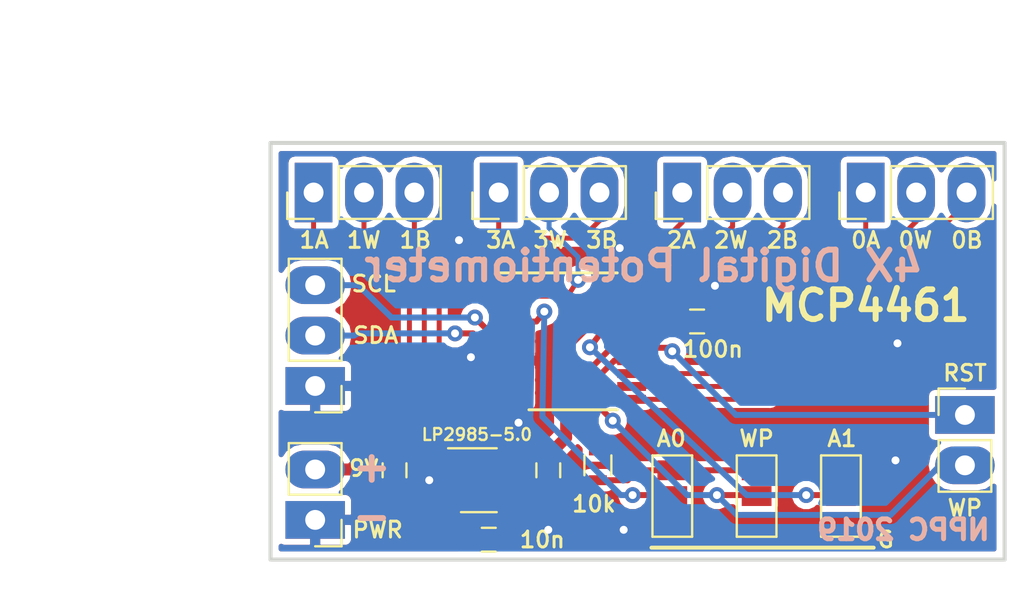
<source format=kicad_pcb>
(kicad_pcb (version 20171130) (host pcbnew "(5.0.0)")

  (general
    (thickness 1.6)
    (drawings 34)
    (tracks 179)
    (zones 0)
    (modules 17)
    (nets 23)
  )

  (page A4)
  (layers
    (0 F.Cu signal)
    (31 B.Cu signal)
    (32 B.Adhes user)
    (33 F.Adhes user)
    (34 B.Paste user)
    (35 F.Paste user)
    (36 B.SilkS user)
    (37 F.SilkS user)
    (38 B.Mask user)
    (39 F.Mask user)
    (40 Dwgs.User user)
    (41 Cmts.User user)
    (42 Eco1.User user)
    (43 Eco2.User user)
    (44 Edge.Cuts user)
    (45 Margin user)
    (46 B.CrtYd user)
    (47 F.CrtYd user)
    (48 B.Fab user)
    (49 F.Fab user)
  )

  (setup
    (last_trace_width 0.25)
    (user_trace_width 0.3)
    (trace_clearance 0.2)
    (zone_clearance 0.508)
    (zone_45_only no)
    (trace_min 0.2)
    (segment_width 0.2)
    (edge_width 0.15)
    (via_size 0.8)
    (via_drill 0.4)
    (via_min_size 0.4)
    (via_min_drill 0.3)
    (uvia_size 0.3)
    (uvia_drill 0.1)
    (uvias_allowed no)
    (uvia_min_size 0.2)
    (uvia_min_drill 0.1)
    (pcb_text_width 0.3)
    (pcb_text_size 1.5 1.5)
    (mod_edge_width 0.15)
    (mod_text_size 0.8 0.8)
    (mod_text_width 0.15)
    (pad_size 1.524 1.524)
    (pad_drill 0.762)
    (pad_to_mask_clearance 0.1)
    (aux_axis_origin 0 0)
    (visible_elements FFFFFF7F)
    (pcbplotparams
      (layerselection 0x010fc_ffffffff)
      (usegerberextensions false)
      (usegerberattributes false)
      (usegerberadvancedattributes false)
      (creategerberjobfile false)
      (excludeedgelayer true)
      (linewidth 0.100000)
      (plotframeref false)
      (viasonmask false)
      (mode 1)
      (useauxorigin false)
      (hpglpennumber 1)
      (hpglpenspeed 20)
      (hpglpendiameter 15.000000)
      (psnegative false)
      (psa4output false)
      (plotreference true)
      (plotvalue true)
      (plotinvisibletext false)
      (padsonsilk false)
      (subtractmaskfromsilk false)
      (outputformat 1)
      (mirror false)
      (drillshape 1)
      (scaleselection 1)
      (outputdirectory ""))
  )

  (net 0 "")
  (net 1 +9V)
  (net 2 GND)
  (net 3 "Net-(C2-Pad1)")
  (net 4 VCC)
  (net 5 /SCL)
  (net 6 /SDA)
  (net 7 "Net-(J2-Pad3)")
  (net 8 "Net-(J2-Pad2)")
  (net 9 "Net-(J2-Pad1)")
  (net 10 "Net-(J3-Pad3)")
  (net 11 "Net-(J3-Pad2)")
  (net 12 "Net-(J3-Pad1)")
  (net 13 "Net-(J4-Pad1)")
  (net 14 "Net-(J4-Pad2)")
  (net 15 "Net-(J4-Pad3)")
  (net 16 "Net-(J5-Pad1)")
  (net 17 "Net-(J5-Pad2)")
  (net 18 "Net-(J5-Pad3)")
  (net 19 /WP)
  (net 20 /RST)
  (net 21 /A0)
  (net 22 /A1)

  (net_class Default "This is the default net class."
    (clearance 0.2)
    (trace_width 0.25)
    (via_dia 0.8)
    (via_drill 0.4)
    (uvia_dia 0.3)
    (uvia_drill 0.1)
    (add_net /A0)
    (add_net /A1)
    (add_net /RST)
    (add_net /SCL)
    (add_net /SDA)
    (add_net /WP)
    (add_net GND)
    (add_net "Net-(C2-Pad1)")
    (add_net "Net-(J2-Pad1)")
    (add_net "Net-(J2-Pad2)")
    (add_net "Net-(J2-Pad3)")
    (add_net "Net-(J3-Pad1)")
    (add_net "Net-(J3-Pad2)")
    (add_net "Net-(J3-Pad3)")
    (add_net "Net-(J4-Pad1)")
    (add_net "Net-(J4-Pad2)")
    (add_net "Net-(J4-Pad3)")
    (add_net "Net-(J5-Pad1)")
    (add_net "Net-(J5-Pad2)")
    (add_net "Net-(J5-Pad3)")
  )

  (net_class pwr ""
    (clearance 0.2)
    (trace_width 0.6)
    (via_dia 1)
    (via_drill 0.5)
    (uvia_dia 0.3)
    (uvia_drill 0.1)
    (add_net +9V)
    (add_net VCC)
  )

  (module Capacitors_SMD:C_0603 (layer F.Cu) (tedit 5CB64B3C) (tstamp 5CB64F30)
    (at 129.25 54.5 270)
    (descr "Capacitor SMD 0603, reflow soldering, AVX (see smccp.pdf)")
    (tags "capacitor 0603")
    (path /5CB6B9F6)
    (attr smd)
    (fp_text reference C1 (at 0 -1.5 270) (layer F.SilkS) hide
      (effects (font (size 0.8 0.8) (thickness 0.15)))
    )
    (fp_text value 2uf (at 0 1.5 270) (layer F.Fab)
      (effects (font (size 0.8 0.8) (thickness 0.15)))
    )
    (fp_text user %R (at 0 0 270) (layer F.Fab)
      (effects (font (size 0.8 0.8) (thickness 0.15)))
    )
    (fp_line (start -0.8 0.4) (end -0.8 -0.4) (layer F.Fab) (width 0.1))
    (fp_line (start 0.8 0.4) (end -0.8 0.4) (layer F.Fab) (width 0.1))
    (fp_line (start 0.8 -0.4) (end 0.8 0.4) (layer F.Fab) (width 0.1))
    (fp_line (start -0.8 -0.4) (end 0.8 -0.4) (layer F.Fab) (width 0.1))
    (fp_line (start -0.35 -0.6) (end 0.35 -0.6) (layer F.SilkS) (width 0.12))
    (fp_line (start 0.35 0.6) (end -0.35 0.6) (layer F.SilkS) (width 0.12))
    (fp_line (start -1.4 -0.65) (end 1.4 -0.65) (layer F.CrtYd) (width 0.05))
    (fp_line (start -1.4 -0.65) (end -1.4 0.65) (layer F.CrtYd) (width 0.05))
    (fp_line (start 1.4 0.65) (end 1.4 -0.65) (layer F.CrtYd) (width 0.05))
    (fp_line (start 1.4 0.65) (end -1.4 0.65) (layer F.CrtYd) (width 0.05))
    (pad 1 smd rect (at -0.75 0 270) (size 0.8 0.75) (layers F.Cu F.Paste F.Mask)
      (net 1 +9V))
    (pad 2 smd rect (at 0.75 0 270) (size 0.8 0.75) (layers F.Cu F.Paste F.Mask)
      (net 2 GND))
    (model Capacitors_SMD.3dshapes/C_0603.wrl
      (at (xyz 0 0 0))
      (scale (xyz 1 1 1))
      (rotate (xyz 0 0 0))
    )
  )

  (module Capacitors_SMD:C_0603 (layer F.Cu) (tedit 5CB64E8E) (tstamp 5CB64F41)
    (at 134 58 180)
    (descr "Capacitor SMD 0603, reflow soldering, AVX (see smccp.pdf)")
    (tags "capacitor 0603")
    (path /5CB6A1FC)
    (attr smd)
    (fp_text reference C2 (at 0 -1.5 180) (layer F.SilkS) hide
      (effects (font (size 0.8 0.8) (thickness 0.15)))
    )
    (fp_text value 10n (at -2.7 0 180) (layer F.SilkS)
      (effects (font (size 0.8 0.8) (thickness 0.15)))
    )
    (fp_text user %R (at 0 0 180) (layer F.Fab)
      (effects (font (size 0.8 0.8) (thickness 0.15)))
    )
    (fp_line (start -0.8 0.4) (end -0.8 -0.4) (layer F.Fab) (width 0.1))
    (fp_line (start 0.8 0.4) (end -0.8 0.4) (layer F.Fab) (width 0.1))
    (fp_line (start 0.8 -0.4) (end 0.8 0.4) (layer F.Fab) (width 0.1))
    (fp_line (start -0.8 -0.4) (end 0.8 -0.4) (layer F.Fab) (width 0.1))
    (fp_line (start -0.35 -0.6) (end 0.35 -0.6) (layer F.SilkS) (width 0.12))
    (fp_line (start 0.35 0.6) (end -0.35 0.6) (layer F.SilkS) (width 0.12))
    (fp_line (start -1.4 -0.65) (end 1.4 -0.65) (layer F.CrtYd) (width 0.05))
    (fp_line (start -1.4 -0.65) (end -1.4 0.65) (layer F.CrtYd) (width 0.05))
    (fp_line (start 1.4 0.65) (end 1.4 -0.65) (layer F.CrtYd) (width 0.05))
    (fp_line (start 1.4 0.65) (end -1.4 0.65) (layer F.CrtYd) (width 0.05))
    (pad 1 smd rect (at -0.75 0 180) (size 0.8 0.75) (layers F.Cu F.Paste F.Mask)
      (net 3 "Net-(C2-Pad1)"))
    (pad 2 smd rect (at 0.75 0 180) (size 0.8 0.75) (layers F.Cu F.Paste F.Mask)
      (net 2 GND))
    (model Capacitors_SMD.3dshapes/C_0603.wrl
      (at (xyz 0 0 0))
      (scale (xyz 1 1 1))
      (rotate (xyz 0 0 0))
    )
  )

  (module Capacitors_SMD:C_0603 (layer F.Cu) (tedit 5CB64B4C) (tstamp 5CB659CF)
    (at 137 54.5 270)
    (descr "Capacitor SMD 0603, reflow soldering, AVX (see smccp.pdf)")
    (tags "capacitor 0603")
    (path /5CB6A952)
    (attr smd)
    (fp_text reference C3 (at 0 -1.5 270) (layer F.SilkS) hide
      (effects (font (size 0.8 0.8) (thickness 0.15)))
    )
    (fp_text value 10uf (at 0 1.5 270) (layer F.Fab)
      (effects (font (size 0.8 0.8) (thickness 0.15)))
    )
    (fp_line (start 1.4 0.65) (end -1.4 0.65) (layer F.CrtYd) (width 0.05))
    (fp_line (start 1.4 0.65) (end 1.4 -0.65) (layer F.CrtYd) (width 0.05))
    (fp_line (start -1.4 -0.65) (end -1.4 0.65) (layer F.CrtYd) (width 0.05))
    (fp_line (start -1.4 -0.65) (end 1.4 -0.65) (layer F.CrtYd) (width 0.05))
    (fp_line (start 0.35 0.6) (end -0.35 0.6) (layer F.SilkS) (width 0.12))
    (fp_line (start -0.35 -0.6) (end 0.35 -0.6) (layer F.SilkS) (width 0.12))
    (fp_line (start -0.8 -0.4) (end 0.8 -0.4) (layer F.Fab) (width 0.1))
    (fp_line (start 0.8 -0.4) (end 0.8 0.4) (layer F.Fab) (width 0.1))
    (fp_line (start 0.8 0.4) (end -0.8 0.4) (layer F.Fab) (width 0.1))
    (fp_line (start -0.8 0.4) (end -0.8 -0.4) (layer F.Fab) (width 0.1))
    (fp_text user %R (at 0 0 270) (layer F.Fab)
      (effects (font (size 0.8 0.8) (thickness 0.15)))
    )
    (pad 2 smd rect (at 0.75 0 270) (size 0.8 0.75) (layers F.Cu F.Paste F.Mask)
      (net 2 GND))
    (pad 1 smd rect (at -0.75 0 270) (size 0.8 0.75) (layers F.Cu F.Paste F.Mask)
      (net 4 VCC))
    (model Capacitors_SMD.3dshapes/C_0603.wrl
      (at (xyz 0 0 0))
      (scale (xyz 1 1 1))
      (rotate (xyz 0 0 0))
    )
  )

  (module KiCadCustomLibs:Conn_1x03_2.54mm (layer F.Cu) (tedit 5CB64B38) (tstamp 5CB64F69)
    (at 125.25 50.25 180)
    (descr "Through hole straight pin header, 1x03, 2.54mm pitch, single row")
    (tags "Through hole pin header THT 1x03 2.54mm single row")
    (path /5CB64DA0)
    (fp_text reference J1 (at 0 -2.33 180) (layer F.SilkS) hide
      (effects (font (size 0.8 0.8) (thickness 0.15)))
    )
    (fp_text value i2c (at 0 7.41 180) (layer F.Fab) hide
      (effects (font (size 0.8 0.8) (thickness 0.15)))
    )
    (fp_text user %R (at 0 2.54 270) (layer F.Fab) hide
      (effects (font (size 0.8 0.8) (thickness 0.15)))
    )
    (fp_line (start 1.8 -1.8) (end -1.8 -1.8) (layer F.CrtYd) (width 0.05))
    (fp_line (start 1.8 6.85) (end 1.8 -1.8) (layer F.CrtYd) (width 0.05))
    (fp_line (start -1.8 6.85) (end 1.8 6.85) (layer F.CrtYd) (width 0.05))
    (fp_line (start -1.8 -1.8) (end -1.8 6.85) (layer F.CrtYd) (width 0.05))
    (fp_line (start -1.33 -1.33) (end 0 -1.33) (layer F.SilkS) (width 0.12))
    (fp_line (start -1.33 0) (end -1.33 -1.33) (layer F.SilkS) (width 0.12))
    (fp_line (start -1.33 1.27) (end 1.33 1.27) (layer F.SilkS) (width 0.12))
    (fp_line (start 1.33 1.27) (end 1.33 6.41) (layer F.SilkS) (width 0.12))
    (fp_line (start -1.33 1.27) (end -1.33 6.41) (layer F.SilkS) (width 0.12))
    (fp_line (start -1.33 6.41) (end 1.33 6.41) (layer F.SilkS) (width 0.12))
    (fp_line (start -1.27 -0.635) (end -0.635 -1.27) (layer F.Fab) (width 0.1))
    (fp_line (start -1.27 6.35) (end -1.27 -0.635) (layer F.Fab) (width 0.1))
    (fp_line (start 1.27 6.35) (end -1.27 6.35) (layer F.Fab) (width 0.1))
    (fp_line (start 1.27 -1.27) (end 1.27 6.35) (layer F.Fab) (width 0.1))
    (fp_line (start -0.635 -1.27) (end 1.27 -1.27) (layer F.Fab) (width 0.1))
    (pad 3 thru_hole oval (at 0 5.08 180) (size 3 1.9) (drill 1) (layers *.Cu *.Mask)
      (net 5 /SCL))
    (pad 2 thru_hole oval (at 0 2.54 180) (size 3 1.9) (drill 1) (layers *.Cu *.Mask)
      (net 6 /SDA))
    (pad 1 thru_hole rect (at 0 0 180) (size 3 1.9) (drill 1) (layers *.Cu *.Mask)
      (net 2 GND))
    (model ${KISYS3DMOD}/Pin_Headers.3dshapes/Pin_Header_Straight_1x03_Pitch2.54mm.wrl
      (at (xyz 0 0 0))
      (scale (xyz 1 1 1))
      (rotate (xyz 0 0 0))
    )
  )

  (module KiCadCustomLibs:Conn_1x03_2.54mm (layer F.Cu) (tedit 5CB64AF2) (tstamp 5CB66419)
    (at 134.5 40.5 90)
    (descr "Through hole straight pin header, 1x03, 2.54mm pitch, single row")
    (tags "Through hole pin header THT 1x03 2.54mm single row")
    (path /5CB63B24)
    (fp_text reference J2 (at 0 -2.33 90) (layer F.SilkS) hide
      (effects (font (size 0.8 0.8) (thickness 0.15)))
    )
    (fp_text value 3 (at 0 7.41 90) (layer F.Fab) hide
      (effects (font (size 0.8 0.8) (thickness 0.15)))
    )
    (fp_text user %R (at 0 2.54 180) (layer F.Fab) hide
      (effects (font (size 0.8 0.8) (thickness 0.15)))
    )
    (fp_line (start 1.8 -1.8) (end -1.8 -1.8) (layer F.CrtYd) (width 0.05))
    (fp_line (start 1.8 6.85) (end 1.8 -1.8) (layer F.CrtYd) (width 0.05))
    (fp_line (start -1.8 6.85) (end 1.8 6.85) (layer F.CrtYd) (width 0.05))
    (fp_line (start -1.8 -1.8) (end -1.8 6.85) (layer F.CrtYd) (width 0.05))
    (fp_line (start -1.33 -1.33) (end 0 -1.33) (layer F.SilkS) (width 0.12))
    (fp_line (start -1.33 0) (end -1.33 -1.33) (layer F.SilkS) (width 0.12))
    (fp_line (start -1.33 1.27) (end 1.33 1.27) (layer F.SilkS) (width 0.12))
    (fp_line (start 1.33 1.27) (end 1.33 6.41) (layer F.SilkS) (width 0.12))
    (fp_line (start -1.33 1.27) (end -1.33 6.41) (layer F.SilkS) (width 0.12))
    (fp_line (start -1.33 6.41) (end 1.33 6.41) (layer F.SilkS) (width 0.12))
    (fp_line (start -1.27 -0.635) (end -0.635 -1.27) (layer F.Fab) (width 0.1))
    (fp_line (start -1.27 6.35) (end -1.27 -0.635) (layer F.Fab) (width 0.1))
    (fp_line (start 1.27 6.35) (end -1.27 6.35) (layer F.Fab) (width 0.1))
    (fp_line (start 1.27 -1.27) (end 1.27 6.35) (layer F.Fab) (width 0.1))
    (fp_line (start -0.635 -1.27) (end 1.27 -1.27) (layer F.Fab) (width 0.1))
    (pad 3 thru_hole oval (at 0 5.08 90) (size 3 1.9) (drill 1) (layers *.Cu *.Mask)
      (net 7 "Net-(J2-Pad3)"))
    (pad 2 thru_hole oval (at 0 2.54 90) (size 3 1.9) (drill 1) (layers *.Cu *.Mask)
      (net 8 "Net-(J2-Pad2)"))
    (pad 1 thru_hole rect (at 0 0 90) (size 3 1.9) (drill 1) (layers *.Cu *.Mask)
      (net 9 "Net-(J2-Pad1)"))
    (model ${KISYS3DMOD}/Pin_Headers.3dshapes/Pin_Header_Straight_1x03_Pitch2.54mm.wrl
      (at (xyz 0 0 0))
      (scale (xyz 1 1 1))
      (rotate (xyz 0 0 0))
    )
  )

  (module KiCadCustomLibs:Conn_1x03_2.54mm (layer F.Cu) (tedit 5CB64AF6) (tstamp 5CB663D7)
    (at 125.17 40.5 90)
    (descr "Through hole straight pin header, 1x03, 2.54mm pitch, single row")
    (tags "Through hole pin header THT 1x03 2.54mm single row")
    (path /5CB63BB5)
    (fp_text reference J3 (at 0 -2.33 90) (layer F.SilkS) hide
      (effects (font (size 0.8 0.8) (thickness 0.15)))
    )
    (fp_text value 1 (at 0 7.41 90) (layer F.Fab) hide
      (effects (font (size 0.8 0.8) (thickness 0.15)))
    )
    (fp_text user %R (at 0 2.54 180) (layer F.Fab) hide
      (effects (font (size 0.8 0.8) (thickness 0.15)))
    )
    (fp_line (start 1.8 -1.8) (end -1.8 -1.8) (layer F.CrtYd) (width 0.05))
    (fp_line (start 1.8 6.85) (end 1.8 -1.8) (layer F.CrtYd) (width 0.05))
    (fp_line (start -1.8 6.85) (end 1.8 6.85) (layer F.CrtYd) (width 0.05))
    (fp_line (start -1.8 -1.8) (end -1.8 6.85) (layer F.CrtYd) (width 0.05))
    (fp_line (start -1.33 -1.33) (end 0 -1.33) (layer F.SilkS) (width 0.12))
    (fp_line (start -1.33 0) (end -1.33 -1.33) (layer F.SilkS) (width 0.12))
    (fp_line (start -1.33 1.27) (end 1.33 1.27) (layer F.SilkS) (width 0.12))
    (fp_line (start 1.33 1.27) (end 1.33 6.41) (layer F.SilkS) (width 0.12))
    (fp_line (start -1.33 1.27) (end -1.33 6.41) (layer F.SilkS) (width 0.12))
    (fp_line (start -1.33 6.41) (end 1.33 6.41) (layer F.SilkS) (width 0.12))
    (fp_line (start -1.27 -0.635) (end -0.635 -1.27) (layer F.Fab) (width 0.1))
    (fp_line (start -1.27 6.35) (end -1.27 -0.635) (layer F.Fab) (width 0.1))
    (fp_line (start 1.27 6.35) (end -1.27 6.35) (layer F.Fab) (width 0.1))
    (fp_line (start 1.27 -1.27) (end 1.27 6.35) (layer F.Fab) (width 0.1))
    (fp_line (start -0.635 -1.27) (end 1.27 -1.27) (layer F.Fab) (width 0.1))
    (pad 3 thru_hole oval (at 0 5.08 90) (size 3 1.9) (drill 1) (layers *.Cu *.Mask)
      (net 10 "Net-(J3-Pad3)"))
    (pad 2 thru_hole oval (at 0 2.54 90) (size 3 1.9) (drill 1) (layers *.Cu *.Mask)
      (net 11 "Net-(J3-Pad2)"))
    (pad 1 thru_hole rect (at 0 0 90) (size 3 1.9) (drill 1) (layers *.Cu *.Mask)
      (net 12 "Net-(J3-Pad1)"))
    (model ${KISYS3DMOD}/Pin_Headers.3dshapes/Pin_Header_Straight_1x03_Pitch2.54mm.wrl
      (at (xyz 0 0 0))
      (scale (xyz 1 1 1))
      (rotate (xyz 0 0 0))
    )
  )

  (module KiCadCustomLibs:Conn_1x03_2.54mm (layer F.Cu) (tedit 5CB64AEE) (tstamp 5CB6649D)
    (at 143.75 40.5 90)
    (descr "Through hole straight pin header, 1x03, 2.54mm pitch, single row")
    (tags "Through hole pin header THT 1x03 2.54mm single row")
    (path /5CB63B91)
    (fp_text reference J4 (at 0 -2.33 90) (layer F.SilkS) hide
      (effects (font (size 0.8 0.8) (thickness 0.15)))
    )
    (fp_text value 2 (at 0 7.41 90) (layer F.Fab) hide
      (effects (font (size 0.8 0.8) (thickness 0.15)))
    )
    (fp_line (start -0.635 -1.27) (end 1.27 -1.27) (layer F.Fab) (width 0.1))
    (fp_line (start 1.27 -1.27) (end 1.27 6.35) (layer F.Fab) (width 0.1))
    (fp_line (start 1.27 6.35) (end -1.27 6.35) (layer F.Fab) (width 0.1))
    (fp_line (start -1.27 6.35) (end -1.27 -0.635) (layer F.Fab) (width 0.1))
    (fp_line (start -1.27 -0.635) (end -0.635 -1.27) (layer F.Fab) (width 0.1))
    (fp_line (start -1.33 6.41) (end 1.33 6.41) (layer F.SilkS) (width 0.12))
    (fp_line (start -1.33 1.27) (end -1.33 6.41) (layer F.SilkS) (width 0.12))
    (fp_line (start 1.33 1.27) (end 1.33 6.41) (layer F.SilkS) (width 0.12))
    (fp_line (start -1.33 1.27) (end 1.33 1.27) (layer F.SilkS) (width 0.12))
    (fp_line (start -1.33 0) (end -1.33 -1.33) (layer F.SilkS) (width 0.12))
    (fp_line (start -1.33 -1.33) (end 0 -1.33) (layer F.SilkS) (width 0.12))
    (fp_line (start -1.8 -1.8) (end -1.8 6.85) (layer F.CrtYd) (width 0.05))
    (fp_line (start -1.8 6.85) (end 1.8 6.85) (layer F.CrtYd) (width 0.05))
    (fp_line (start 1.8 6.85) (end 1.8 -1.8) (layer F.CrtYd) (width 0.05))
    (fp_line (start 1.8 -1.8) (end -1.8 -1.8) (layer F.CrtYd) (width 0.05))
    (fp_text user %R (at 0 2.54 180) (layer F.Fab) hide
      (effects (font (size 0.8 0.8) (thickness 0.15)))
    )
    (pad 1 thru_hole rect (at 0 0 90) (size 3 1.9) (drill 1) (layers *.Cu *.Mask)
      (net 13 "Net-(J4-Pad1)"))
    (pad 2 thru_hole oval (at 0 2.54 90) (size 3 1.9) (drill 1) (layers *.Cu *.Mask)
      (net 14 "Net-(J4-Pad2)"))
    (pad 3 thru_hole oval (at 0 5.08 90) (size 3 1.9) (drill 1) (layers *.Cu *.Mask)
      (net 15 "Net-(J4-Pad3)"))
    (model ${KISYS3DMOD}/Pin_Headers.3dshapes/Pin_Header_Straight_1x03_Pitch2.54mm.wrl
      (at (xyz 0 0 0))
      (scale (xyz 1 1 1))
      (rotate (xyz 0 0 0))
    )
  )

  (module KiCadCustomLibs:Conn_1x03_2.54mm (layer F.Cu) (tedit 5CB64AE9) (tstamp 5CB6645B)
    (at 153 40.5 90)
    (descr "Through hole straight pin header, 1x03, 2.54mm pitch, single row")
    (tags "Through hole pin header THT 1x03 2.54mm single row")
    (path /5CB63C2D)
    (fp_text reference J5 (at 0 -2.33 90) (layer F.SilkS) hide
      (effects (font (size 0.8 0.8) (thickness 0.15)))
    )
    (fp_text value 0 (at 0 7.41 90) (layer F.Fab) hide
      (effects (font (size 0.8 0.8) (thickness 0.15)))
    )
    (fp_line (start -0.635 -1.27) (end 1.27 -1.27) (layer F.Fab) (width 0.1))
    (fp_line (start 1.27 -1.27) (end 1.27 6.35) (layer F.Fab) (width 0.1))
    (fp_line (start 1.27 6.35) (end -1.27 6.35) (layer F.Fab) (width 0.1))
    (fp_line (start -1.27 6.35) (end -1.27 -0.635) (layer F.Fab) (width 0.1))
    (fp_line (start -1.27 -0.635) (end -0.635 -1.27) (layer F.Fab) (width 0.1))
    (fp_line (start -1.33 6.41) (end 1.33 6.41) (layer F.SilkS) (width 0.12))
    (fp_line (start -1.33 1.27) (end -1.33 6.41) (layer F.SilkS) (width 0.12))
    (fp_line (start 1.33 1.27) (end 1.33 6.41) (layer F.SilkS) (width 0.12))
    (fp_line (start -1.33 1.27) (end 1.33 1.27) (layer F.SilkS) (width 0.12))
    (fp_line (start -1.33 0) (end -1.33 -1.33) (layer F.SilkS) (width 0.12))
    (fp_line (start -1.33 -1.33) (end 0 -1.33) (layer F.SilkS) (width 0.12))
    (fp_line (start -1.8 -1.8) (end -1.8 6.85) (layer F.CrtYd) (width 0.05))
    (fp_line (start -1.8 6.85) (end 1.8 6.85) (layer F.CrtYd) (width 0.05))
    (fp_line (start 1.8 6.85) (end 1.8 -1.8) (layer F.CrtYd) (width 0.05))
    (fp_line (start 1.8 -1.8) (end -1.8 -1.8) (layer F.CrtYd) (width 0.05))
    (fp_text user %R (at 0 2.54 180) (layer F.Fab) hide
      (effects (font (size 0.8 0.8) (thickness 0.15)))
    )
    (pad 1 thru_hole rect (at 0 0 90) (size 3 1.9) (drill 1) (layers *.Cu *.Mask)
      (net 16 "Net-(J5-Pad1)"))
    (pad 2 thru_hole oval (at 0 2.54 90) (size 3 1.9) (drill 1) (layers *.Cu *.Mask)
      (net 17 "Net-(J5-Pad2)"))
    (pad 3 thru_hole oval (at 0 5.08 90) (size 3 1.9) (drill 1) (layers *.Cu *.Mask)
      (net 18 "Net-(J5-Pad3)"))
    (model ${KISYS3DMOD}/Pin_Headers.3dshapes/Pin_Header_Straight_1x03_Pitch2.54mm.wrl
      (at (xyz 0 0 0))
      (scale (xyz 1 1 1))
      (rotate (xyz 0 0 0))
    )
  )

  (module KiCadCustomLibs:Conn_1x02_2.54mm (layer F.Cu) (tedit 5CB64B6D) (tstamp 5CB64FDB)
    (at 158 51.71)
    (descr "Through hole straight pin header, 1x02, 2.54mm pitch, single row")
    (tags "Through hole pin header THT 1x02 2.54mm single row")
    (path /5CB65CC6)
    (fp_text reference J6 (at 0 -2.33) (layer F.SilkS) hide
      (effects (font (size 0.8 0.8) (thickness 0.15)))
    )
    (fp_text value Conn_01x02 (at 0 4.87) (layer F.Fab) hide
      (effects (font (size 0.8 0.8) (thickness 0.15)))
    )
    (fp_text user %R (at 0 1.27 90) (layer F.Fab) hide
      (effects (font (size 0.8 0.8) (thickness 0.15)))
    )
    (fp_line (start 1.8 -1.8) (end -1.8 -1.8) (layer F.CrtYd) (width 0.05))
    (fp_line (start 1.8 4.35) (end 1.8 -1.8) (layer F.CrtYd) (width 0.05))
    (fp_line (start -1.8 4.35) (end 1.8 4.35) (layer F.CrtYd) (width 0.05))
    (fp_line (start -1.8 -1.8) (end -1.8 4.35) (layer F.CrtYd) (width 0.05))
    (fp_line (start -1.33 -1.33) (end 0 -1.33) (layer F.SilkS) (width 0.12))
    (fp_line (start -1.33 0) (end -1.33 -1.33) (layer F.SilkS) (width 0.12))
    (fp_line (start -1.33 1.27) (end 1.33 1.27) (layer F.SilkS) (width 0.12))
    (fp_line (start 1.33 1.27) (end 1.33 3.87) (layer F.SilkS) (width 0.12))
    (fp_line (start -1.33 1.27) (end -1.33 3.87) (layer F.SilkS) (width 0.12))
    (fp_line (start -1.33 3.87) (end 1.33 3.87) (layer F.SilkS) (width 0.12))
    (fp_line (start -1.27 -0.635) (end -0.635 -1.27) (layer F.Fab) (width 0.1))
    (fp_line (start -1.27 3.81) (end -1.27 -0.635) (layer F.Fab) (width 0.1))
    (fp_line (start 1.27 3.81) (end -1.27 3.81) (layer F.Fab) (width 0.1))
    (fp_line (start 1.27 -1.27) (end 1.27 3.81) (layer F.Fab) (width 0.1))
    (fp_line (start -0.635 -1.27) (end 1.27 -1.27) (layer F.Fab) (width 0.1))
    (pad 2 thru_hole oval (at 0 2.54) (size 3 1.9) (drill 1) (layers *.Cu *.Mask)
      (net 19 /WP))
    (pad 1 thru_hole rect (at 0 0) (size 3 1.9) (drill 1) (layers *.Cu *.Mask)
      (net 20 /RST))
    (model ${KISYS3DMOD}/Pin_Headers.3dshapes/Pin_Header_Straight_1x02_Pitch2.54mm.wrl
      (at (xyz 0 0 0))
      (scale (xyz 1 1 1))
      (rotate (xyz 0 0 0))
    )
  )

  (module KiCadCustomLibs:Conn_1x02_2.54mm (layer F.Cu) (tedit 5CB64B34) (tstamp 5CB64FF1)
    (at 125.25 57 180)
    (descr "Through hole straight pin header, 1x02, 2.54mm pitch, single row")
    (tags "Through hole pin header THT 1x02 2.54mm single row")
    (path /5CB66754)
    (fp_text reference J7 (at 0 -2.33 180) (layer F.SilkS) hide
      (effects (font (size 0.8 0.8) (thickness 0.15)))
    )
    (fp_text value PWR (at 0 4.87 180) (layer F.Fab) hide
      (effects (font (size 0.8 0.8) (thickness 0.15)))
    )
    (fp_line (start -0.635 -1.27) (end 1.27 -1.27) (layer F.Fab) (width 0.1))
    (fp_line (start 1.27 -1.27) (end 1.27 3.81) (layer F.Fab) (width 0.1))
    (fp_line (start 1.27 3.81) (end -1.27 3.81) (layer F.Fab) (width 0.1))
    (fp_line (start -1.27 3.81) (end -1.27 -0.635) (layer F.Fab) (width 0.1))
    (fp_line (start -1.27 -0.635) (end -0.635 -1.27) (layer F.Fab) (width 0.1))
    (fp_line (start -1.33 3.87) (end 1.33 3.87) (layer F.SilkS) (width 0.12))
    (fp_line (start -1.33 1.27) (end -1.33 3.87) (layer F.SilkS) (width 0.12))
    (fp_line (start 1.33 1.27) (end 1.33 3.87) (layer F.SilkS) (width 0.12))
    (fp_line (start -1.33 1.27) (end 1.33 1.27) (layer F.SilkS) (width 0.12))
    (fp_line (start -1.33 0) (end -1.33 -1.33) (layer F.SilkS) (width 0.12))
    (fp_line (start -1.33 -1.33) (end 0 -1.33) (layer F.SilkS) (width 0.12))
    (fp_line (start -1.8 -1.8) (end -1.8 4.35) (layer F.CrtYd) (width 0.05))
    (fp_line (start -1.8 4.35) (end 1.8 4.35) (layer F.CrtYd) (width 0.05))
    (fp_line (start 1.8 4.35) (end 1.8 -1.8) (layer F.CrtYd) (width 0.05))
    (fp_line (start 1.8 -1.8) (end -1.8 -1.8) (layer F.CrtYd) (width 0.05))
    (fp_text user %R (at 0 1.27 270) (layer F.Fab) hide
      (effects (font (size 0.8 0.8) (thickness 0.15)))
    )
    (pad 1 thru_hole rect (at 0 0 180) (size 3 1.9) (drill 1) (layers *.Cu *.Mask)
      (net 2 GND))
    (pad 2 thru_hole oval (at 0 2.54 180) (size 3 1.9) (drill 1) (layers *.Cu *.Mask)
      (net 1 +9V))
    (model ${KISYS3DMOD}/Pin_Headers.3dshapes/Pin_Header_Straight_1x02_Pitch2.54mm.wrl
      (at (xyz 0 0 0))
      (scale (xyz 1 1 1))
      (rotate (xyz 0 0 0))
    )
  )

  (module Jumper:SolderJumper-3_P1.3mm_Open_Pad1.0x1.5mm_NumberLabels (layer F.Cu) (tedit 5CB64D10) (tstamp 5CB66724)
    (at 143.25 55.8 270)
    (descr "SMD Solder Jumper, 1x1.5mm Pads, 0.3mm gap, open, labeled with numbers")
    (tags "solder jumper open")
    (path /5CB66D8A)
    (attr virtual)
    (fp_text reference JP1 (at 0 -1.8 270) (layer F.SilkS) hide
      (effects (font (size 0.8 0.8) (thickness 0.15)))
    )
    (fp_text value A0 (at 0 1.9 270) (layer F.Fab)
      (effects (font (size 0.8 0.8) (thickness 0.15)))
    )
    (fp_text user 3 (at 2.6 0 270) (layer F.SilkS) hide
      (effects (font (size 0.8 0.8) (thickness 0.15)))
    )
    (fp_text user 1 (at -2.6 0 270) (layer F.SilkS) hide
      (effects (font (size 0.8 0.8) (thickness 0.15)))
    )
    (fp_line (start -2.05 1) (end -2.05 -1) (layer F.SilkS) (width 0.12))
    (fp_line (start 2.05 1) (end -2.05 1) (layer F.SilkS) (width 0.12))
    (fp_line (start 2.05 -1) (end 2.05 1) (layer F.SilkS) (width 0.12))
    (fp_line (start -2.05 -1) (end 2.05 -1) (layer F.SilkS) (width 0.12))
    (fp_line (start -2.3 -1.25) (end 2.3 -1.25) (layer F.CrtYd) (width 0.05))
    (fp_line (start -2.3 -1.25) (end -2.3 1.25) (layer F.CrtYd) (width 0.05))
    (fp_line (start 2.3 1.25) (end 2.3 -1.25) (layer F.CrtYd) (width 0.05))
    (fp_line (start 2.3 1.25) (end -2.3 1.25) (layer F.CrtYd) (width 0.05))
    (pad 3 smd rect (at 1.3 0 270) (size 1 1.5) (layers F.Cu F.Mask)
      (net 2 GND))
    (pad 2 smd rect (at 0 0 270) (size 1 1.5) (layers F.Cu F.Mask)
      (net 21 /A0))
    (pad 1 smd rect (at -1.3 0 270) (size 1 1.5) (layers F.Cu F.Mask)
      (net 4 VCC))
  )

  (module Jumper:SolderJumper-3_P1.3mm_Open_Pad1.0x1.5mm_NumberLabels (layer F.Cu) (tedit 5CB64D09) (tstamp 5CB666F4)
    (at 151.75 55.8 270)
    (descr "SMD Solder Jumper, 1x1.5mm Pads, 0.3mm gap, open, labeled with numbers")
    (tags "solder jumper open")
    (path /5CB66E31)
    (attr virtual)
    (fp_text reference JP2 (at 0 -1.8 270) (layer F.SilkS) hide
      (effects (font (size 0.8 0.8) (thickness 0.15)))
    )
    (fp_text value A1 (at 0 1.9 270) (layer F.Fab)
      (effects (font (size 0.8 0.8) (thickness 0.15)))
    )
    (fp_line (start 2.3 1.25) (end -2.3 1.25) (layer F.CrtYd) (width 0.05))
    (fp_line (start 2.3 1.25) (end 2.3 -1.25) (layer F.CrtYd) (width 0.05))
    (fp_line (start -2.3 -1.25) (end -2.3 1.25) (layer F.CrtYd) (width 0.05))
    (fp_line (start -2.3 -1.25) (end 2.3 -1.25) (layer F.CrtYd) (width 0.05))
    (fp_line (start -2.05 -1) (end 2.05 -1) (layer F.SilkS) (width 0.12))
    (fp_line (start 2.05 -1) (end 2.05 1) (layer F.SilkS) (width 0.12))
    (fp_line (start 2.05 1) (end -2.05 1) (layer F.SilkS) (width 0.12))
    (fp_line (start -2.05 1) (end -2.05 -1) (layer F.SilkS) (width 0.12))
    (fp_text user 1 (at -2.6 0 270) (layer F.SilkS) hide
      (effects (font (size 0.8 0.8) (thickness 0.15)))
    )
    (fp_text user 3 (at 2.6 0 270) (layer F.SilkS) hide
      (effects (font (size 0.8 0.8) (thickness 0.15)))
    )
    (pad 1 smd rect (at -1.3 0 270) (size 1 1.5) (layers F.Cu F.Mask)
      (net 4 VCC))
    (pad 2 smd rect (at 0 0 270) (size 1 1.5) (layers F.Cu F.Mask)
      (net 22 /A1))
    (pad 3 smd rect (at 1.3 0 270) (size 1 1.5) (layers F.Cu F.Mask)
      (net 2 GND))
  )

  (module Jumper:SolderJumper-3_P1.3mm_Open_Pad1.0x1.5mm_NumberLabels (layer F.Cu) (tedit 5CB64D0D) (tstamp 5CB66754)
    (at 147.5 55.8 270)
    (descr "SMD Solder Jumper, 1x1.5mm Pads, 0.3mm gap, open, labeled with numbers")
    (tags "solder jumper open")
    (path /5CB68C08)
    (attr virtual)
    (fp_text reference JP3 (at 0 -1.8 270) (layer F.SilkS) hide
      (effects (font (size 0.8 0.8) (thickness 0.15)))
    )
    (fp_text value WP (at 0 1.9 270) (layer F.Fab)
      (effects (font (size 0.8 0.8) (thickness 0.15)))
    )
    (fp_text user 3 (at 2.6 0 270) (layer F.SilkS) hide
      (effects (font (size 0.8 0.8) (thickness 0.15)))
    )
    (fp_text user 1 (at -2.6 0 270) (layer F.SilkS) hide
      (effects (font (size 0.8 0.8) (thickness 0.15)))
    )
    (fp_line (start -2.05 1) (end -2.05 -1) (layer F.SilkS) (width 0.12))
    (fp_line (start 2.05 1) (end -2.05 1) (layer F.SilkS) (width 0.12))
    (fp_line (start 2.05 -1) (end 2.05 1) (layer F.SilkS) (width 0.12))
    (fp_line (start -2.05 -1) (end 2.05 -1) (layer F.SilkS) (width 0.12))
    (fp_line (start -2.3 -1.25) (end 2.3 -1.25) (layer F.CrtYd) (width 0.05))
    (fp_line (start -2.3 -1.25) (end -2.3 1.25) (layer F.CrtYd) (width 0.05))
    (fp_line (start 2.3 1.25) (end 2.3 -1.25) (layer F.CrtYd) (width 0.05))
    (fp_line (start 2.3 1.25) (end -2.3 1.25) (layer F.CrtYd) (width 0.05))
    (pad 3 smd rect (at 1.3 0 270) (size 1 1.5) (layers F.Cu F.Mask)
      (net 2 GND))
    (pad 2 smd rect (at 0 0 270) (size 1 1.5) (layers F.Cu F.Mask)
      (net 19 /WP))
    (pad 1 smd rect (at -1.3 0 270) (size 1 1.5) (layers F.Cu F.Mask)
      (net 4 VCC))
  )

  (module Resistors_SMD:R_0603 (layer F.Cu) (tedit 5CB64E6F) (tstamp 5CB66561)
    (at 139.5 54.25 90)
    (descr "Resistor SMD 0603, reflow soldering, Vishay (see dcrcw.pdf)")
    (tags "resistor 0603")
    (path /5CB679F6)
    (attr smd)
    (fp_text reference R1 (at 0 -1.45 90) (layer F.SilkS) hide
      (effects (font (size 0.8 0.8) (thickness 0.15)))
    )
    (fp_text value 10k (at -1.95 -0.2 180) (layer F.SilkS)
      (effects (font (size 0.8 0.8) (thickness 0.15)))
    )
    (fp_line (start 1.25 0.7) (end -1.25 0.7) (layer F.CrtYd) (width 0.05))
    (fp_line (start 1.25 0.7) (end 1.25 -0.7) (layer F.CrtYd) (width 0.05))
    (fp_line (start -1.25 -0.7) (end -1.25 0.7) (layer F.CrtYd) (width 0.05))
    (fp_line (start -1.25 -0.7) (end 1.25 -0.7) (layer F.CrtYd) (width 0.05))
    (fp_line (start -0.5 -0.68) (end 0.5 -0.68) (layer F.SilkS) (width 0.12))
    (fp_line (start 0.5 0.68) (end -0.5 0.68) (layer F.SilkS) (width 0.12))
    (fp_line (start -0.8 -0.4) (end 0.8 -0.4) (layer F.Fab) (width 0.1))
    (fp_line (start 0.8 -0.4) (end 0.8 0.4) (layer F.Fab) (width 0.1))
    (fp_line (start 0.8 0.4) (end -0.8 0.4) (layer F.Fab) (width 0.1))
    (fp_line (start -0.8 0.4) (end -0.8 -0.4) (layer F.Fab) (width 0.1))
    (fp_text user %R (at 0 0 90) (layer F.Fab)
      (effects (font (size 0.8 0.8) (thickness 0.15)))
    )
    (pad 2 smd rect (at 0.75 0 90) (size 0.5 0.9) (layers F.Cu F.Paste F.Mask)
      (net 20 /RST))
    (pad 1 smd rect (at -0.75 0 90) (size 0.5 0.9) (layers F.Cu F.Paste F.Mask)
      (net 4 VCC))
    (model ${KISYS3DMOD}/Resistors_SMD.3dshapes/R_0603.wrl
      (at (xyz 0 0 0))
      (scale (xyz 1 1 1))
      (rotate (xyz 0 0 0))
    )
  )

  (module TO_SOT_Packages_SMD:SOT-23-5 (layer F.Cu) (tedit 5CB64EB1) (tstamp 5CB6504A)
    (at 133.5 55)
    (descr "5-pin SOT23 package")
    (tags SOT-23-5)
    (path /5CB6937E)
    (attr smd)
    (fp_text reference U1 (at 0 -2.9) (layer F.SilkS) hide
      (effects (font (size 0.8 0.8) (thickness 0.15)))
    )
    (fp_text value LP2985-5.0 (at -0.1 -2.3) (layer F.SilkS)
      (effects (font (size 0.6 0.6) (thickness 0.12)))
    )
    (fp_line (start 0.9 -1.55) (end 0.9 1.55) (layer F.Fab) (width 0.1))
    (fp_line (start 0.9 1.55) (end -0.9 1.55) (layer F.Fab) (width 0.1))
    (fp_line (start -0.9 -0.9) (end -0.9 1.55) (layer F.Fab) (width 0.1))
    (fp_line (start 0.9 -1.55) (end -0.25 -1.55) (layer F.Fab) (width 0.1))
    (fp_line (start -0.9 -0.9) (end -0.25 -1.55) (layer F.Fab) (width 0.1))
    (fp_line (start -1.9 1.8) (end -1.9 -1.8) (layer F.CrtYd) (width 0.05))
    (fp_line (start 1.9 1.8) (end -1.9 1.8) (layer F.CrtYd) (width 0.05))
    (fp_line (start 1.9 -1.8) (end 1.9 1.8) (layer F.CrtYd) (width 0.05))
    (fp_line (start -1.9 -1.8) (end 1.9 -1.8) (layer F.CrtYd) (width 0.05))
    (fp_line (start 0.9 -1.61) (end -1.55 -1.61) (layer F.SilkS) (width 0.12))
    (fp_line (start -0.9 1.61) (end 0.9 1.61) (layer F.SilkS) (width 0.12))
    (fp_text user %R (at 0 0 90) (layer F.Fab)
      (effects (font (size 0.8 0.8) (thickness 0.15)))
    )
    (pad 5 smd rect (at 1.1 -0.95) (size 1.06 0.65) (layers F.Cu F.Paste F.Mask)
      (net 4 VCC))
    (pad 4 smd rect (at 1.1 0.95) (size 1.06 0.65) (layers F.Cu F.Paste F.Mask)
      (net 3 "Net-(C2-Pad1)"))
    (pad 3 smd rect (at -1.1 0.95) (size 1.06 0.65) (layers F.Cu F.Paste F.Mask)
      (net 1 +9V))
    (pad 2 smd rect (at -1.1 0) (size 1.06 0.65) (layers F.Cu F.Paste F.Mask)
      (net 2 GND))
    (pad 1 smd rect (at -1.1 -0.95) (size 1.06 0.65) (layers F.Cu F.Paste F.Mask)
      (net 1 +9V))
    (model ${KISYS3DMOD}/TO_SOT_Packages_SMD.3dshapes/SOT-23-5.wrl
      (at (xyz 0 0 0))
      (scale (xyz 1 1 1))
      (rotate (xyz 0 0 0))
    )
  )

  (module Housings_SSOP:TSSOP-20_4.4x6.5mm_Pitch0.65mm (layer F.Cu) (tedit 5CB64B00) (tstamp 5CB65497)
    (at 138.25 48)
    (descr "20-Lead Plastic Thin Shrink Small Outline (ST)-4.4 mm Body [TSSOP] (see Microchip Packaging Specification 00000049BS.pdf)")
    (tags "SSOP 0.65")
    (path /5CB639DD)
    (attr smd)
    (fp_text reference U2 (at 0 -4.3) (layer F.SilkS) hide
      (effects (font (size 0.8 0.8) (thickness 0.15)))
    )
    (fp_text value IC20 (at 0 4.3) (layer F.Fab)
      (effects (font (size 0.8 0.8) (thickness 0.15)))
    )
    (fp_text user %R (at 0 0) (layer F.Fab)
      (effects (font (size 0.8 0.8) (thickness 0.15)))
    )
    (fp_line (start -3.75 -3.45) (end 2.225 -3.45) (layer F.SilkS) (width 0.15))
    (fp_line (start -2.225 3.45) (end 2.225 3.45) (layer F.SilkS) (width 0.15))
    (fp_line (start -3.95 3.55) (end 3.95 3.55) (layer F.CrtYd) (width 0.05))
    (fp_line (start -3.95 -3.55) (end 3.95 -3.55) (layer F.CrtYd) (width 0.05))
    (fp_line (start 3.95 -3.55) (end 3.95 3.55) (layer F.CrtYd) (width 0.05))
    (fp_line (start -3.95 -3.55) (end -3.95 3.55) (layer F.CrtYd) (width 0.05))
    (fp_line (start -2.2 -2.25) (end -1.2 -3.25) (layer F.Fab) (width 0.15))
    (fp_line (start -2.2 3.25) (end -2.2 -2.25) (layer F.Fab) (width 0.15))
    (fp_line (start 2.2 3.25) (end -2.2 3.25) (layer F.Fab) (width 0.15))
    (fp_line (start 2.2 -3.25) (end 2.2 3.25) (layer F.Fab) (width 0.15))
    (fp_line (start -1.2 -3.25) (end 2.2 -3.25) (layer F.Fab) (width 0.15))
    (pad 20 smd rect (at 2.95 -2.925) (size 1.45 0.45) (layers F.Cu F.Paste F.Mask)
      (net 13 "Net-(J4-Pad1)"))
    (pad 19 smd rect (at 2.95 -2.275) (size 1.45 0.45) (layers F.Cu F.Paste F.Mask)
      (net 14 "Net-(J4-Pad2)"))
    (pad 18 smd rect (at 2.95 -1.625) (size 1.45 0.45) (layers F.Cu F.Paste F.Mask)
      (net 15 "Net-(J4-Pad3)"))
    (pad 17 smd rect (at 2.95 -0.975) (size 1.45 0.45) (layers F.Cu F.Paste F.Mask)
      (net 4 VCC))
    (pad 16 smd rect (at 2.95 -0.325) (size 1.45 0.45) (layers F.Cu F.Paste F.Mask)
      (net 22 /A1))
    (pad 15 smd rect (at 2.95 0.325) (size 1.45 0.45) (layers F.Cu F.Paste F.Mask)
      (net 20 /RST))
    (pad 14 smd rect (at 2.95 0.975) (size 1.45 0.45) (layers F.Cu F.Paste F.Mask)
      (net 19 /WP))
    (pad 13 smd rect (at 2.95 1.625) (size 1.45 0.45) (layers F.Cu F.Paste F.Mask)
      (net 16 "Net-(J5-Pad1)"))
    (pad 12 smd rect (at 2.95 2.275) (size 1.45 0.45) (layers F.Cu F.Paste F.Mask)
      (net 17 "Net-(J5-Pad2)"))
    (pad 11 smd rect (at 2.95 2.925) (size 1.45 0.45) (layers F.Cu F.Paste F.Mask)
      (net 18 "Net-(J5-Pad3)"))
    (pad 10 smd rect (at -2.95 2.925) (size 1.45 0.45) (layers F.Cu F.Paste F.Mask)
      (net 12 "Net-(J3-Pad1)"))
    (pad 9 smd rect (at -2.95 2.275) (size 1.45 0.45) (layers F.Cu F.Paste F.Mask)
      (net 11 "Net-(J3-Pad2)"))
    (pad 8 smd rect (at -2.95 1.625) (size 1.45 0.45) (layers F.Cu F.Paste F.Mask)
      (net 10 "Net-(J3-Pad3)"))
    (pad 7 smd rect (at -2.95 0.975) (size 1.45 0.45) (layers F.Cu F.Paste F.Mask)
      (net 2 GND))
    (pad 6 smd rect (at -2.95 0.325) (size 1.45 0.45) (layers F.Cu F.Paste F.Mask)
      (net 6 /SDA))
    (pad 5 smd rect (at -2.95 -0.325) (size 1.45 0.45) (layers F.Cu F.Paste F.Mask)
      (net 5 /SCL))
    (pad 4 smd rect (at -2.95 -0.975) (size 1.45 0.45) (layers F.Cu F.Paste F.Mask)
      (net 21 /A0))
    (pad 3 smd rect (at -2.95 -1.625) (size 1.45 0.45) (layers F.Cu F.Paste F.Mask)
      (net 9 "Net-(J2-Pad1)"))
    (pad 2 smd rect (at -2.95 -2.275) (size 1.45 0.45) (layers F.Cu F.Paste F.Mask)
      (net 8 "Net-(J2-Pad2)"))
    (pad 1 smd rect (at -2.95 -2.925) (size 1.45 0.45) (layers F.Cu F.Paste F.Mask)
      (net 7 "Net-(J2-Pad3)"))
    (model ${KISYS3DMOD}/Housings_SSOP.3dshapes/TSSOP-20_4.4x6.5mm_Pitch0.65mm.wrl
      (at (xyz 0 0 0))
      (scale (xyz 1 1 1))
      (rotate (xyz 0 0 0))
    )
  )

  (module Capacitors_SMD:C_0603 (layer F.Cu) (tedit 5CB64B26) (tstamp 5CB66591)
    (at 144.5 47)
    (descr "Capacitor SMD 0603, reflow soldering, AVX (see smccp.pdf)")
    (tags "capacitor 0603")
    (path /5CB6F706)
    (attr smd)
    (fp_text reference C4 (at 0 -1.5) (layer F.SilkS) hide
      (effects (font (size 0.8 0.8) (thickness 0.15)))
    )
    (fp_text value 100n (at 0.8 1.4) (layer F.SilkS)
      (effects (font (size 0.8 0.8) (thickness 0.15)))
    )
    (fp_text user %R (at 0 0) (layer F.Fab)
      (effects (font (size 0.8 0.8) (thickness 0.15)))
    )
    (fp_line (start -0.8 0.4) (end -0.8 -0.4) (layer F.Fab) (width 0.1))
    (fp_line (start 0.8 0.4) (end -0.8 0.4) (layer F.Fab) (width 0.1))
    (fp_line (start 0.8 -0.4) (end 0.8 0.4) (layer F.Fab) (width 0.1))
    (fp_line (start -0.8 -0.4) (end 0.8 -0.4) (layer F.Fab) (width 0.1))
    (fp_line (start -0.35 -0.6) (end 0.35 -0.6) (layer F.SilkS) (width 0.12))
    (fp_line (start 0.35 0.6) (end -0.35 0.6) (layer F.SilkS) (width 0.12))
    (fp_line (start -1.4 -0.65) (end 1.4 -0.65) (layer F.CrtYd) (width 0.05))
    (fp_line (start -1.4 -0.65) (end -1.4 0.65) (layer F.CrtYd) (width 0.05))
    (fp_line (start 1.4 0.65) (end 1.4 -0.65) (layer F.CrtYd) (width 0.05))
    (fp_line (start 1.4 0.65) (end -1.4 0.65) (layer F.CrtYd) (width 0.05))
    (pad 1 smd rect (at -0.75 0) (size 0.8 0.75) (layers F.Cu F.Paste F.Mask)
      (net 4 VCC))
    (pad 2 smd rect (at 0.75 0) (size 0.8 0.75) (layers F.Cu F.Paste F.Mask)
      (net 2 GND))
    (model Capacitors_SMD.3dshapes/C_0603.wrl
      (at (xyz 0 0 0))
      (scale (xyz 1 1 1))
      (rotate (xyz 0 0 0))
    )
  )

  (gr_text + (at 128.1 54.3) (layer B.SilkS) (tstamp 5CB677A2)
    (effects (font (size 1.5 1.5) (thickness 0.3)) (justify mirror))
  )
  (gr_text - (at 128.1 56.8) (layer B.SilkS)
    (effects (font (size 1.5 1.5) (thickness 0.3)) (justify mirror))
  )
  (gr_text "NPPC 2019" (at 154.9 57.5) (layer B.SilkS)
    (effects (font (size 1 1) (thickness 0.25)) (justify mirror))
  )
  (gr_text "4X Digital Potentiometer" (at 141.8 44.2) (layer B.SilkS)
    (effects (font (size 1.5 1.5) (thickness 0.3)) (justify mirror))
  )
  (gr_text MCP4461 (at 153 46.2) (layer F.SilkS)
    (effects (font (size 1.5 1.5) (thickness 0.3)))
  )
  (gr_text PWR (at 128.4 57.5) (layer F.SilkS) (tstamp 5CB6741C)
    (effects (font (size 0.8 0.8) (thickness 0.15)))
  )
  (gr_text 9V (at 127.7 54.4) (layer F.SilkS) (tstamp 5CB67418)
    (effects (font (size 0.8 0.8) (thickness 0.15)))
  )
  (gr_text SDA (at 128.3 47.7) (layer F.SilkS) (tstamp 5CB673E4)
    (effects (font (size 0.8 0.8) (thickness 0.15)))
  )
  (gr_text SCL (at 128.2 45.1) (layer F.SilkS) (tstamp 5CB673DE)
    (effects (font (size 0.8 0.8) (thickness 0.15)))
  )
  (gr_text RST (at 158 49.6) (layer F.SilkS) (tstamp 5CB67378)
    (effects (font (size 0.8 0.8) (thickness 0.15)))
  )
  (gr_text WP (at 158 56.4) (layer F.SilkS) (tstamp 5CB67376)
    (effects (font (size 0.8 0.8) (thickness 0.15)))
  )
  (gr_text G (at 154 58) (layer F.SilkS) (tstamp 5CB672E0)
    (effects (font (size 0.8 0.8) (thickness 0.15)))
  )
  (gr_line (start 142.2 58.4) (end 153.4 58.4) (layer F.SilkS) (width 0.2))
  (gr_text A1 (at 151.8 52.9) (layer F.SilkS) (tstamp 5CB6724A)
    (effects (font (size 0.8 0.8) (thickness 0.15)))
  )
  (gr_text WP (at 147.5 52.9) (layer F.SilkS) (tstamp 5CB671E6)
    (effects (font (size 0.8 0.8) (thickness 0.15)))
  )
  (gr_text A0 (at 143.2 52.9) (layer F.SilkS) (tstamp 5CB67182)
    (effects (font (size 0.8 0.8) (thickness 0.15)))
  )
  (gr_text 0W (at 155.5 42.9) (layer F.SilkS) (tstamp 5CB66E05)
    (effects (font (size 0.8 0.8) (thickness 0.15)))
  )
  (gr_text 0A (at 153 42.9) (layer F.SilkS) (tstamp 5CB66E04)
    (effects (font (size 0.8 0.8) (thickness 0.15)))
  )
  (gr_text 0B (at 158.1 42.9) (layer F.SilkS) (tstamp 5CB66E03)
    (effects (font (size 0.8 0.8) (thickness 0.15)))
  )
  (gr_text 2B (at 148.8 42.9) (layer F.SilkS) (tstamp 5CB66DCF)
    (effects (font (size 0.8 0.8) (thickness 0.15)))
  )
  (gr_text 2W (at 146.2 42.9) (layer F.SilkS) (tstamp 5CB66DCE)
    (effects (font (size 0.8 0.8) (thickness 0.15)))
  )
  (gr_text 2A (at 143.7 42.9) (layer F.SilkS) (tstamp 5CB66DCD)
    (effects (font (size 0.8 0.8) (thickness 0.15)))
  )
  (gr_text 3B (at 139.7 42.9) (layer F.SilkS) (tstamp 5CB66D99)
    (effects (font (size 0.8 0.8) (thickness 0.15)))
  )
  (gr_text 3A (at 134.6 42.9) (layer F.SilkS) (tstamp 5CB66D98)
    (effects (font (size 0.8 0.8) (thickness 0.15)))
  )
  (gr_text 3W (at 137.1 42.9) (layer F.SilkS) (tstamp 5CB66D97)
    (effects (font (size 0.8 0.8) (thickness 0.15)))
  )
  (gr_text 1B (at 130.3 42.9) (layer F.SilkS) (tstamp 5CB66D61)
    (effects (font (size 0.8 0.8) (thickness 0.15)))
  )
  (gr_text 1W (at 127.7 42.9) (layer F.SilkS) (tstamp 5CB66D5D)
    (effects (font (size 0.8 0.8) (thickness 0.15)))
  )
  (gr_text 1A (at 125.2 42.9) (layer F.SilkS)
    (effects (font (size 0.8 0.8) (thickness 0.15)))
  )
  (gr_line (start 123 59) (end 123 38) (layer Edge.Cuts) (width 0.2))
  (gr_line (start 160 59) (end 160 38) (layer Edge.Cuts) (width 0.2))
  (gr_line (start 123 59) (end 160 59) (layer Edge.Cuts) (width 0.2))
  (dimension 21 (width 0.3) (layer Dwgs.User)
    (gr_text "21.000 mm" (at 114.9 48.5 90) (layer Dwgs.User)
      (effects (font (size 1.5 1.5) (thickness 0.3)))
    )
    (feature1 (pts (xy 123 38) (xy 116.413579 38)))
    (feature2 (pts (xy 123 59) (xy 116.413579 59)))
    (crossbar (pts (xy 117 59) (xy 117 38)))
    (arrow1a (pts (xy 117 38) (xy 117.586421 39.126504)))
    (arrow1b (pts (xy 117 38) (xy 116.413579 39.126504)))
    (arrow2a (pts (xy 117 59) (xy 117.586421 57.873496)))
    (arrow2b (pts (xy 117 59) (xy 116.413579 57.873496)))
  )
  (dimension 37 (width 0.3) (layer Dwgs.User)
    (gr_text "37.000 mm" (at 141.5 31.9) (layer Dwgs.User)
      (effects (font (size 1.5 1.5) (thickness 0.3)))
    )
    (feature1 (pts (xy 160 38) (xy 160 33.413579)))
    (feature2 (pts (xy 123 38) (xy 123 33.413579)))
    (crossbar (pts (xy 123 34) (xy 160 34)))
    (arrow1a (pts (xy 160 34) (xy 158.873496 34.586421)))
    (arrow1b (pts (xy 160 34) (xy 158.873496 33.413579)))
    (arrow2a (pts (xy 123 34) (xy 124.126504 34.586421)))
    (arrow2b (pts (xy 123 34) (xy 124.126504 33.413579)))
  )
  (gr_line (start 123 38) (end 160 38) (layer Edge.Cuts) (width 0.2))

  (segment (start 125.25 54.46) (end 127.04 54.46) (width 0.6) (layer F.Cu) (net 1))
  (segment (start 127.75 53.75) (end 129.25 53.75) (width 0.6) (layer F.Cu) (net 1))
  (segment (start 127.04 54.46) (end 127.75 53.75) (width 0.6) (layer F.Cu) (net 1))
  (segment (start 131.05 54.05) (end 132.4 54.05) (width 0.6) (layer F.Cu) (net 1))
  (segment (start 130.75 53.75) (end 131.05 54.05) (width 0.6) (layer F.Cu) (net 1))
  (segment (start 132.4 55.95) (end 130.7 55.95) (width 0.3) (layer F.Cu) (net 1))
  (segment (start 130.25 55.5) (end 130.25 53.75) (width 0.3) (layer F.Cu) (net 1))
  (segment (start 130.7 55.95) (end 130.25 55.5) (width 0.3) (layer F.Cu) (net 1))
  (segment (start 129.25 53.75) (end 130.25 53.75) (width 0.6) (layer F.Cu) (net 1))
  (segment (start 130.25 53.75) (end 130.75 53.75) (width 0.6) (layer F.Cu) (net 1))
  (via (at 131 55) (size 0.8) (drill 0.4) (layers F.Cu B.Cu) (net 2))
  (segment (start 132.4 55) (end 131 55) (width 0.3) (layer F.Cu) (net 2))
  (via (at 133.1 48.8) (size 0.8) (drill 0.4) (layers F.Cu B.Cu) (net 2))
  (segment (start 135.3 48.975) (end 133.275 48.975) (width 0.3) (layer F.Cu) (net 2))
  (segment (start 133.275 48.975) (end 133.1 48.8) (width 0.3) (layer F.Cu) (net 2))
  (segment (start 133.1 48.8) (end 133.9 48.8) (width 0.25) (layer B.Cu) (net 2))
  (segment (start 133.9 48.8) (end 134.9 47.8) (width 0.25) (layer B.Cu) (net 2))
  (via (at 132.5 42.9) (size 0.8) (drill 0.4) (layers F.Cu B.Cu) (net 2))
  (segment (start 134.9 47.8) (end 134.9 45.3) (width 0.25) (layer B.Cu) (net 2))
  (segment (start 134.9 45.3) (end 132.5 42.9) (width 0.25) (layer B.Cu) (net 2))
  (via (at 145.4 45.2) (size 0.8) (drill 0.4) (layers F.Cu B.Cu) (net 2))
  (segment (start 145.25 47) (end 145.25 45.35) (width 0.25) (layer F.Cu) (net 2))
  (segment (start 145.25 45.35) (end 145.4 45.2) (width 0.25) (layer F.Cu) (net 2))
  (via (at 140.6 43.3) (size 0.8) (drill 0.4) (layers F.Cu B.Cu) (net 2))
  (segment (start 145.4 45.2) (end 143.5 43.3) (width 0.25) (layer B.Cu) (net 2))
  (segment (start 143.5 43.3) (end 140.6 43.3) (width 0.25) (layer B.Cu) (net 2))
  (via (at 137 57.5) (size 0.8) (drill 0.4) (layers F.Cu B.Cu) (net 2))
  (segment (start 137 55.25) (end 137 57.5) (width 0.25) (layer F.Cu) (net 2))
  (via (at 140.8 57.5) (size 0.8) (drill 0.4) (layers F.Cu B.Cu) (net 2))
  (segment (start 137 57.5) (end 140.8 57.5) (width 0.25) (layer B.Cu) (net 2))
  (segment (start 151.75 57.1) (end 153.8 57.1) (width 0.25) (layer F.Cu) (net 2))
  (via (at 154.5 54) (size 0.8) (drill 0.4) (layers F.Cu B.Cu) (net 2))
  (segment (start 153.8 57.1) (end 154.5 56.4) (width 0.25) (layer F.Cu) (net 2))
  (segment (start 154.5 56.4) (end 154.5 54) (width 0.25) (layer F.Cu) (net 2))
  (via (at 154.6 48.1) (size 0.8) (drill 0.4) (layers F.Cu B.Cu) (net 2))
  (segment (start 145.4 45.2) (end 151.7 45.2) (width 0.25) (layer B.Cu) (net 2))
  (segment (start 151.7 45.2) (end 154.6 48.1) (width 0.25) (layer B.Cu) (net 2))
  (segment (start 154.5 48.2) (end 154.5 54) (width 0.25) (layer F.Cu) (net 2))
  (segment (start 154.6 48.1) (end 154.5 48.2) (width 0.25) (layer F.Cu) (net 2))
  (segment (start 125.25 50.25) (end 127.45 50.25) (width 0.25) (layer F.Cu) (net 2))
  (via (at 135.5 52.1) (size 0.8) (drill 0.4) (layers F.Cu B.Cu) (net 2))
  (segment (start 127.45 50.25) (end 129.3 52.1) (width 0.25) (layer F.Cu) (net 2))
  (segment (start 129.3 52.1) (end 135.5 52.1) (width 0.25) (layer F.Cu) (net 2))
  (segment (start 134.6 55.95) (end 134.6 57.1) (width 0.25) (layer F.Cu) (net 3))
  (segment (start 134.75 57.25) (end 134.75 58.25) (width 0.25) (layer F.Cu) (net 3))
  (segment (start 134.6 57.1) (end 134.75 57.25) (width 0.25) (layer F.Cu) (net 3))
  (segment (start 134.6 54.05) (end 135.7 54.05) (width 0.6) (layer F.Cu) (net 4))
  (segment (start 136 53.75) (end 137 53.75) (width 0.6) (layer F.Cu) (net 4))
  (segment (start 135.7 54.05) (end 136 53.75) (width 0.6) (layer F.Cu) (net 4))
  (segment (start 141.175 47) (end 141.2 47.025) (width 0.3) (layer F.Cu) (net 4))
  (segment (start 139.5 47) (end 141.175 47) (width 0.3) (layer F.Cu) (net 4))
  (segment (start 143.725 47.025) (end 143.75 47) (width 0.3) (layer F.Cu) (net 4))
  (segment (start 141.2 47.025) (end 143.725 47.025) (width 0.3) (layer F.Cu) (net 4))
  (segment (start 137 53.75) (end 137.25 53.75) (width 0.3) (layer F.Cu) (net 4))
  (segment (start 138.5 55) (end 139.5 55) (width 0.3) (layer F.Cu) (net 4))
  (segment (start 137.25 53.75) (end 138.5 55) (width 0.3) (layer F.Cu) (net 4))
  (segment (start 139.5 55) (end 141 55) (width 0.3) (layer F.Cu) (net 4))
  (segment (start 141.5 54.5) (end 143.25 54.5) (width 0.3) (layer F.Cu) (net 4))
  (segment (start 141 55) (end 141.5 54.5) (width 0.3) (layer F.Cu) (net 4))
  (segment (start 143.25 54.5) (end 147.5 54.5) (width 0.3) (layer F.Cu) (net 4))
  (segment (start 147.5 54.5) (end 151.75 54.5) (width 0.3) (layer F.Cu) (net 4))
  (segment (start 139.1 47) (end 139.5 47) (width 0.6) (layer F.Cu) (net 4))
  (segment (start 137.9 48.2) (end 139.1 47) (width 0.6) (layer F.Cu) (net 4))
  (segment (start 137 53.75) (end 137.9 52.85) (width 0.6) (layer F.Cu) (net 4))
  (segment (start 137.9 52.85) (end 137.9 48.2) (width 0.6) (layer F.Cu) (net 4))
  (via (at 133.3 46.8) (size 0.8) (drill 0.4) (layers F.Cu B.Cu) (net 5))
  (segment (start 134.175 47.675) (end 133.3 46.8) (width 0.3) (layer F.Cu) (net 5))
  (segment (start 135.3 47.675) (end 134.175 47.675) (width 0.3) (layer F.Cu) (net 5))
  (segment (start 127.42 45.17) (end 125.25 45.17) (width 0.3) (layer B.Cu) (net 5))
  (segment (start 133.3 46.8) (end 129.1 46.8) (width 0.3) (layer B.Cu) (net 5))
  (segment (start 129.1 46.8) (end 127.42 45.17) (width 0.3) (layer B.Cu) (net 5))
  (via (at 132.3 47.6) (size 0.8) (drill 0.4) (layers F.Cu B.Cu) (net 6))
  (segment (start 127.21 47.71) (end 125.25 47.71) (width 0.3) (layer B.Cu) (net 6))
  (segment (start 132.3 47.6) (end 127.4 47.6) (width 0.3) (layer B.Cu) (net 6))
  (segment (start 127.4 47.6) (end 127.21 47.71) (width 0.3) (layer B.Cu) (net 6))
  (segment (start 135.3 48.325) (end 133.925 48.325) (width 0.3) (layer F.Cu) (net 6))
  (segment (start 133.2 47.6) (end 132.3 47.6) (width 0.3) (layer F.Cu) (net 6))
  (segment (start 133.925 48.325) (end 133.2 47.6) (width 0.3) (layer F.Cu) (net 6))
  (segment (start 135.3 45.075) (end 135.3 44.2) (width 0.25) (layer F.Cu) (net 7))
  (segment (start 135.3 44.2) (end 136.7 42.8) (width 0.25) (layer F.Cu) (net 7))
  (segment (start 136.7 42.8) (end 138.7 42.8) (width 0.25) (layer F.Cu) (net 7))
  (segment (start 139.58 41.92) (end 139.58 40.5) (width 0.25) (layer F.Cu) (net 7))
  (segment (start 138.7 42.8) (end 139.58 41.92) (width 0.25) (layer F.Cu) (net 7))
  (segment (start 137.04 42.29) (end 137.04 40.5) (width 0.25) (layer B.Cu) (net 8))
  (segment (start 138.5 43.75) (end 137.04 42.29) (width 0.25) (layer B.Cu) (net 8))
  (segment (start 138.5 44.9) (end 138.5 43.75) (width 0.25) (layer B.Cu) (net 8))
  (segment (start 137.975 45.725) (end 135.3 45.725) (width 0.25) (layer F.Cu) (net 8))
  (via (at 138.5 44.9) (size 0.8) (drill 0.4) (layers F.Cu B.Cu) (net 8))
  (segment (start 138.5 44.9) (end 137.975 45.725) (width 0.25) (layer F.Cu) (net 8))
  (segment (start 134.5 43.6) (end 134.5 40.5) (width 0.25) (layer F.Cu) (net 9))
  (segment (start 133.75 44.35) (end 134.5 43.6) (width 0.25) (layer F.Cu) (net 9))
  (segment (start 133.75 46) (end 133.75 44.35) (width 0.25) (layer F.Cu) (net 9))
  (segment (start 135.3 46.375) (end 134.125 46.375) (width 0.25) (layer F.Cu) (net 9))
  (segment (start 134.125 46.375) (end 133.75 46) (width 0.25) (layer F.Cu) (net 9))
  (segment (start 130.25 42.75) (end 130.25 40.5) (width 0.25) (layer F.Cu) (net 10))
  (segment (start 131.5 44) (end 130.25 42.75) (width 0.25) (layer F.Cu) (net 10))
  (segment (start 131.5 49.2) (end 131.5 44) (width 0.25) (layer F.Cu) (net 10))
  (segment (start 135.3 49.625) (end 131.925 49.625) (width 0.25) (layer F.Cu) (net 10))
  (segment (start 131.925 49.625) (end 131.5 49.2) (width 0.25) (layer F.Cu) (net 10))
  (segment (start 127.71 42.46) (end 127.71 40.5) (width 0.25) (layer F.Cu) (net 11))
  (segment (start 135.3 50.275) (end 131.475 50.275) (width 0.25) (layer F.Cu) (net 11))
  (segment (start 130.75 49.55) (end 130.75 44.25) (width 0.25) (layer F.Cu) (net 11))
  (segment (start 131.475 50.275) (end 130.75 49.55) (width 0.25) (layer F.Cu) (net 11))
  (segment (start 130.75 44.25) (end 129.5 43) (width 0.25) (layer F.Cu) (net 11))
  (segment (start 129.5 43) (end 128.25 43) (width 0.25) (layer F.Cu) (net 11))
  (segment (start 128.25 43) (end 127.71 42.46) (width 0.25) (layer F.Cu) (net 11))
  (segment (start 125.17 42.42) (end 125.17 40.5) (width 0.25) (layer F.Cu) (net 12))
  (segment (start 131.225 50.925) (end 130 49.7) (width 0.25) (layer F.Cu) (net 12))
  (segment (start 130 49.7) (end 130 44.5) (width 0.25) (layer F.Cu) (net 12))
  (segment (start 130 44.5) (end 129 43.5) (width 0.25) (layer F.Cu) (net 12))
  (segment (start 135.3 50.925) (end 131.225 50.925) (width 0.25) (layer F.Cu) (net 12))
  (segment (start 129 43.5) (end 126.25 43.5) (width 0.25) (layer F.Cu) (net 12))
  (segment (start 126.25 43.5) (end 125.17 42.42) (width 0.25) (layer F.Cu) (net 12))
  (segment (start 141.2 45.075) (end 141.2 44.55) (width 0.25) (layer F.Cu) (net 13))
  (segment (start 143.75 42) (end 143.75 40.5) (width 0.25) (layer F.Cu) (net 13))
  (segment (start 141.2 44.55) (end 143.75 42) (width 0.25) (layer F.Cu) (net 13))
  (segment (start 141.2 45.725) (end 142.275 45.725) (width 0.25) (layer F.Cu) (net 14))
  (segment (start 142.275 45.725) (end 142.75 45.25) (width 0.25) (layer F.Cu) (net 14))
  (segment (start 142.75 45.25) (end 142.75 44.5) (width 0.25) (layer F.Cu) (net 14))
  (segment (start 142.75 44.5) (end 144.5 42.75) (width 0.25) (layer F.Cu) (net 14))
  (segment (start 144.5 42.75) (end 145.75 42.75) (width 0.25) (layer F.Cu) (net 14))
  (segment (start 146.29 42.21) (end 146.29 40.5) (width 0.25) (layer F.Cu) (net 14))
  (segment (start 145.75 42.75) (end 146.29 42.21) (width 0.25) (layer F.Cu) (net 14))
  (segment (start 141.2 46.375) (end 142.625 46.375) (width 0.25) (layer F.Cu) (net 15))
  (segment (start 142.625 46.375) (end 143.5 45.5) (width 0.25) (layer F.Cu) (net 15))
  (segment (start 143.5 45.5) (end 143.5 44.75) (width 0.25) (layer F.Cu) (net 15))
  (segment (start 143.5 44.75) (end 145 43.25) (width 0.25) (layer F.Cu) (net 15))
  (segment (start 145 43.25) (end 147.75 43.25) (width 0.25) (layer F.Cu) (net 15))
  (segment (start 148.83 42.17) (end 148.83 40.5) (width 0.25) (layer F.Cu) (net 15))
  (segment (start 147.75 43.25) (end 148.83 42.17) (width 0.25) (layer F.Cu) (net 15))
  (segment (start 141.2 49.625) (end 145.875 49.625) (width 0.25) (layer F.Cu) (net 16))
  (segment (start 153 42.5) (end 153 40.5) (width 0.25) (layer F.Cu) (net 16))
  (segment (start 145.875 49.625) (end 153 42.5) (width 0.25) (layer F.Cu) (net 16))
  (segment (start 141.2 50.275) (end 147.225 50.275) (width 0.25) (layer F.Cu) (net 17))
  (segment (start 155.54 41.96) (end 155.54 40.5) (width 0.25) (layer F.Cu) (net 17))
  (segment (start 147.225 50.275) (end 155.54 41.96) (width 0.25) (layer F.Cu) (net 17))
  (segment (start 158.08 41.02) (end 158.08 40.5) (width 0.25) (layer F.Cu) (net 18))
  (segment (start 141.2 50.925) (end 148.175 50.925) (width 0.25) (layer F.Cu) (net 18))
  (segment (start 148.175 50.925) (end 158.08 41.02) (width 0.25) (layer F.Cu) (net 18))
  (via (at 140.25 52) (size 0.8) (drill 0.4) (layers F.Cu B.Cu) (net 19))
  (via (at 145.5 55.75) (size 0.8) (drill 0.4) (layers F.Cu B.Cu) (net 19))
  (segment (start 140.25 52) (end 144 55.75) (width 0.3) (layer B.Cu) (net 19))
  (segment (start 144 55.75) (end 145.5 55.75) (width 0.3) (layer B.Cu) (net 19))
  (segment (start 147.45 55.75) (end 147.5 55.8) (width 0.3) (layer F.Cu) (net 19))
  (segment (start 145.5 55.75) (end 147.45 55.75) (width 0.3) (layer F.Cu) (net 19))
  (segment (start 158 54.25) (end 156.75 54.25) (width 0.3) (layer B.Cu) (net 19))
  (segment (start 156.75 54.25) (end 154.25 56.75) (width 0.3) (layer B.Cu) (net 19))
  (segment (start 146.5 56.75) (end 145.5 55.75) (width 0.3) (layer B.Cu) (net 19))
  (segment (start 154.25 56.75) (end 146.5 56.75) (width 0.3) (layer B.Cu) (net 19))
  (segment (start 139.5 51.25) (end 140.25 52) (width 0.3) (layer F.Cu) (net 19))
  (segment (start 139.5 49.8) (end 139.5 51.25) (width 0.3) (layer F.Cu) (net 19))
  (segment (start 141.2 48.975) (end 140.325 48.975) (width 0.3) (layer F.Cu) (net 19))
  (segment (start 140.325 48.975) (end 139.5 49.8) (width 0.3) (layer F.Cu) (net 19))
  (via (at 143.25 48.5) (size 0.8) (drill 0.4) (layers F.Cu B.Cu) (net 20))
  (segment (start 158 51.71) (end 146.46 51.71) (width 0.3) (layer B.Cu) (net 20))
  (segment (start 146.46 51.71) (end 143.25 48.5) (width 0.3) (layer B.Cu) (net 20))
  (segment (start 143.075 48.325) (end 141.2 48.325) (width 0.3) (layer F.Cu) (net 20))
  (segment (start 143.25 48.5) (end 143.075 48.325) (width 0.3) (layer F.Cu) (net 20))
  (segment (start 140.175 48.325) (end 141.2 48.325) (width 0.3) (layer F.Cu) (net 20))
  (segment (start 138.75 49.75) (end 140.175 48.325) (width 0.3) (layer F.Cu) (net 20))
  (segment (start 139.5 53.5) (end 138.75 52.75) (width 0.3) (layer F.Cu) (net 20))
  (segment (start 138.75 52.75) (end 138.75 49.75) (width 0.3) (layer F.Cu) (net 20))
  (via (at 141.25 55.75) (size 0.8) (drill 0.4) (layers F.Cu B.Cu) (net 21))
  (segment (start 143.2 55.75) (end 143.25 55.8) (width 0.3) (layer F.Cu) (net 21))
  (segment (start 141.25 55.75) (end 143.2 55.75) (width 0.3) (layer F.Cu) (net 21))
  (segment (start 140.65 55.75) (end 141.25 55.75) (width 0.3) (layer B.Cu) (net 21))
  (segment (start 136.7 51.8) (end 140.65 55.75) (width 0.3) (layer B.Cu) (net 21))
  (via (at 136.8 46.5) (size 0.8) (drill 0.4) (layers F.Cu B.Cu) (net 21))
  (segment (start 136.8 46.5) (end 136.7 51.8) (width 0.3) (layer B.Cu) (net 21))
  (segment (start 136.4 47) (end 135.3 47.025) (width 0.3) (layer F.Cu) (net 21))
  (segment (start 136.8 46.5) (end 136.4 47) (width 0.3) (layer F.Cu) (net 21))
  (via (at 150 55.75) (size 0.8) (drill 0.4) (layers F.Cu B.Cu) (net 22))
  (segment (start 151.7 55.75) (end 151.75 55.8) (width 0.3) (layer F.Cu) (net 22))
  (segment (start 150 55.75) (end 151.7 55.75) (width 0.3) (layer F.Cu) (net 22))
  (via (at 139.1 48.3) (size 0.8) (drill 0.4) (layers F.Cu B.Cu) (net 22))
  (segment (start 147 55.75) (end 150 55.75) (width 0.3) (layer B.Cu) (net 22))
  (segment (start 139.1 48.3) (end 147 55.75) (width 0.3) (layer B.Cu) (net 22))
  (segment (start 139.575 47.675) (end 141.2 47.675) (width 0.3) (layer F.Cu) (net 22))
  (segment (start 139.1 48.3) (end 139.575 47.675) (width 0.3) (layer F.Cu) (net 22))

  (zone (net 2) (net_name GND) (layer B.Cu) (tstamp 0) (hatch edge 0.508)
    (connect_pads (clearance 0.308))
    (min_thickness 0.254)
    (fill yes (arc_segments 16) (thermal_gap 0.308) (thermal_bridge_width 0.508))
    (polygon
      (pts
        (xy 123 38) (xy 160 38) (xy 160 61) (xy 123 61)
      )
    )
    (filled_polygon
      (pts
        (xy 159.465 50.316478) (xy 156.5 50.316478) (xy 156.330271 50.350239) (xy 156.186383 50.446383) (xy 156.090239 50.590271)
        (xy 156.056478 50.76) (xy 156.056478 51.125) (xy 146.702315 51.125) (xy 144.085 48.507686) (xy 144.085 48.333908)
        (xy 143.957879 48.02701) (xy 143.72299 47.792121) (xy 143.416092 47.665) (xy 143.083908 47.665) (xy 142.77701 47.792121)
        (xy 142.542121 48.02701) (xy 142.415 48.333908) (xy 142.415 48.666092) (xy 142.542121 48.97299) (xy 142.77701 49.207879)
        (xy 143.083908 49.335) (xy 143.257686 49.335) (xy 146.005604 52.082919) (xy 146.038239 52.131761) (xy 146.087081 52.164396)
        (xy 146.231744 52.261057) (xy 146.46 52.30646) (xy 146.517613 52.295) (xy 156.056478 52.295) (xy 156.056478 52.66)
        (xy 156.090239 52.829729) (xy 156.186383 52.973617) (xy 156.330271 53.069761) (xy 156.5 53.103522) (xy 156.672892 53.103522)
        (xy 156.451471 53.251471) (xy 156.145359 53.7096) (xy 156.066467 54.106218) (xy 154.007686 56.165) (xy 150.731899 56.165)
        (xy 150.835 55.916092) (xy 150.835 55.583908) (xy 150.707879 55.27701) (xy 150.47299 55.042121) (xy 150.166092 54.915)
        (xy 149.833908 54.915) (xy 149.52701 55.042121) (xy 149.404131 55.165) (xy 147.232331 55.165) (xy 139.935 48.28334)
        (xy 139.935 48.133908) (xy 139.807879 47.82701) (xy 139.57299 47.592121) (xy 139.266092 47.465) (xy 138.933908 47.465)
        (xy 138.62701 47.592121) (xy 138.392121 47.82701) (xy 138.265 48.133908) (xy 138.265 48.466092) (xy 138.392121 48.77299)
        (xy 138.62701 49.007879) (xy 138.933908 49.135) (xy 139.132769 49.135) (xy 145.283874 54.935725) (xy 145.02701 55.042121)
        (xy 144.904131 55.165) (xy 144.242315 55.165) (xy 141.085 52.007686) (xy 141.085 51.833908) (xy 140.957879 51.52701)
        (xy 140.72299 51.292121) (xy 140.416092 51.165) (xy 140.083908 51.165) (xy 139.77701 51.292121) (xy 139.542121 51.52701)
        (xy 139.415 51.833908) (xy 139.415 52.166092) (xy 139.542121 52.47299) (xy 139.77701 52.707879) (xy 140.083908 52.835)
        (xy 140.257686 52.835) (xy 143.545603 56.122918) (xy 143.578239 56.171761) (xy 143.771745 56.301057) (xy 143.942387 56.335)
        (xy 143.942388 56.335) (xy 144 56.34646) (xy 144.057612 56.335) (xy 144.904131 56.335) (xy 145.02701 56.457879)
        (xy 145.333908 56.585) (xy 145.507686 56.585) (xy 146.045604 57.122919) (xy 146.078239 57.171761) (xy 146.127081 57.204396)
        (xy 146.271744 57.301057) (xy 146.5 57.34646) (xy 146.557613 57.335) (xy 154.192388 57.335) (xy 154.25 57.34646)
        (xy 154.307612 57.335) (xy 154.307613 57.335) (xy 154.478255 57.301057) (xy 154.671761 57.171761) (xy 154.704398 57.122916)
        (xy 156.527791 55.299524) (xy 156.9096 55.554641) (xy 157.313593 55.635) (xy 158.686407 55.635) (xy 159.0904 55.554641)
        (xy 159.465 55.304341) (xy 159.465 58.465) (xy 123.535 58.465) (xy 123.535 58.331785) (xy 123.663473 58.385)
        (xy 125.01425 58.385) (xy 125.123 58.27625) (xy 125.123 57.127) (xy 125.377 57.127) (xy 125.377 58.27625)
        (xy 125.48575 58.385) (xy 126.836527 58.385) (xy 126.996408 58.318775) (xy 127.118775 58.196408) (xy 127.185 58.036527)
        (xy 127.185 57.23575) (xy 127.07625 57.127) (xy 125.377 57.127) (xy 125.123 57.127) (xy 125.103 57.127)
        (xy 125.103 56.873) (xy 125.123 56.873) (xy 125.123 56.853) (xy 125.377 56.853) (xy 125.377 56.873)
        (xy 127.07625 56.873) (xy 127.185 56.76425) (xy 127.185 55.963473) (xy 127.118775 55.803592) (xy 126.996408 55.681225)
        (xy 126.836527 55.615) (xy 126.564354 55.615) (xy 126.798529 55.458529) (xy 127.104641 55.0004) (xy 127.212133 54.46)
        (xy 127.104641 53.9196) (xy 126.798529 53.461471) (xy 126.3404 53.155359) (xy 125.936407 53.075) (xy 124.563593 53.075)
        (xy 124.1596 53.155359) (xy 123.701471 53.461471) (xy 123.535 53.710612) (xy 123.535 51.581785) (xy 123.663473 51.635)
        (xy 125.01425 51.635) (xy 125.123 51.52625) (xy 125.123 50.377) (xy 125.377 50.377) (xy 125.377 51.52625)
        (xy 125.48575 51.635) (xy 126.836527 51.635) (xy 126.996408 51.568775) (xy 127.118775 51.446408) (xy 127.185 51.286527)
        (xy 127.185 50.48575) (xy 127.07625 50.377) (xy 125.377 50.377) (xy 125.123 50.377) (xy 125.103 50.377)
        (xy 125.103 50.123) (xy 125.123 50.123) (xy 125.123 50.103) (xy 125.377 50.103) (xy 125.377 50.123)
        (xy 127.07625 50.123) (xy 127.185 50.01425) (xy 127.185 49.213473) (xy 127.118775 49.053592) (xy 126.996408 48.931225)
        (xy 126.836527 48.865) (xy 126.564354 48.865) (xy 126.798529 48.708529) (xy 127.07484 48.295) (xy 127.191221 48.295)
        (xy 127.288561 48.301263) (xy 127.362075 48.27621) (xy 127.438255 48.261057) (xy 127.519371 48.206857) (xy 127.557125 48.185)
        (xy 131.704131 48.185) (xy 131.82701 48.307879) (xy 132.133908 48.435) (xy 132.466092 48.435) (xy 132.77299 48.307879)
        (xy 133.007879 48.07299) (xy 133.135 47.766092) (xy 133.135 47.635) (xy 133.466092 47.635) (xy 133.77299 47.507879)
        (xy 134.007879 47.27299) (xy 134.135 46.966092) (xy 134.135 46.633908) (xy 134.010737 46.333908) (xy 135.965 46.333908)
        (xy 135.965 46.666092) (xy 136.092121 46.97299) (xy 136.203863 47.084732) (xy 136.116087 51.736925) (xy 136.10354 51.8)
        (xy 136.12517 51.908741) (xy 136.144736 52.017818) (xy 136.147827 52.022638) (xy 136.148944 52.028255) (xy 136.210531 52.120428)
        (xy 136.270358 52.213729) (xy 136.323145 52.250459) (xy 140.195603 56.122918) (xy 140.228239 56.171761) (xy 140.277081 56.204396)
        (xy 140.421744 56.301057) (xy 140.65 56.34646) (xy 140.663004 56.343873) (xy 140.77701 56.457879) (xy 141.083908 56.585)
        (xy 141.416092 56.585) (xy 141.72299 56.457879) (xy 141.957879 56.22299) (xy 142.085 55.916092) (xy 142.085 55.583908)
        (xy 141.957879 55.27701) (xy 141.72299 55.042121) (xy 141.416092 54.915) (xy 141.083908 54.915) (xy 140.77701 55.042121)
        (xy 140.773223 55.045908) (xy 137.289589 51.562275) (xy 137.373646 47.107223) (xy 137.507879 46.97299) (xy 137.635 46.666092)
        (xy 137.635 46.333908) (xy 137.507879 46.02701) (xy 137.27299 45.792121) (xy 136.966092 45.665) (xy 136.633908 45.665)
        (xy 136.32701 45.792121) (xy 136.092121 46.02701) (xy 135.965 46.333908) (xy 134.010737 46.333908) (xy 134.007879 46.32701)
        (xy 133.77299 46.092121) (xy 133.466092 45.965) (xy 133.133908 45.965) (xy 132.82701 46.092121) (xy 132.704131 46.215)
        (xy 129.337155 46.215) (xy 127.871918 44.793372) (xy 127.841761 44.748239) (xy 127.78921 44.713125) (xy 127.786013 44.710024)
        (xy 127.741372 44.681161) (xy 127.648255 44.618943) (xy 127.643756 44.618048) (xy 127.639906 44.615559) (xy 127.529811 44.595383)
        (xy 127.477613 44.585) (xy 127.473155 44.585) (xy 127.410992 44.573608) (xy 127.357924 44.585) (xy 127.07484 44.585)
        (xy 126.798529 44.171471) (xy 126.3404 43.865359) (xy 125.936407 43.785) (xy 124.563593 43.785) (xy 124.1596 43.865359)
        (xy 123.701471 44.171471) (xy 123.535 44.420612) (xy 123.535 39) (xy 123.776478 39) (xy 123.776478 42)
        (xy 123.810239 42.169729) (xy 123.906383 42.313617) (xy 124.050271 42.409761) (xy 124.22 42.443522) (xy 126.12 42.443522)
        (xy 126.289729 42.409761) (xy 126.433617 42.313617) (xy 126.529761 42.169729) (xy 126.563522 42) (xy 126.563522 41.827107)
        (xy 126.711472 42.048529) (xy 127.169601 42.354641) (xy 127.71 42.462133) (xy 128.2504 42.354641) (xy 128.708529 42.048529)
        (xy 128.98 41.642244) (xy 129.251472 42.048529) (xy 129.709601 42.354641) (xy 130.25 42.462133) (xy 130.7904 42.354641)
        (xy 131.248529 42.048529) (xy 131.554641 41.5904) (xy 131.635 41.186407) (xy 131.635 39.813593) (xy 131.554641 39.4096)
        (xy 131.280955 39) (xy 133.106478 39) (xy 133.106478 42) (xy 133.140239 42.169729) (xy 133.236383 42.313617)
        (xy 133.380271 42.409761) (xy 133.55 42.443522) (xy 135.45 42.443522) (xy 135.619729 42.409761) (xy 135.763617 42.313617)
        (xy 135.859761 42.169729) (xy 135.893522 42) (xy 135.893522 41.827107) (xy 136.041472 42.048529) (xy 136.479173 42.340991)
        (xy 136.48 42.34515) (xy 136.48 42.345153) (xy 136.512492 42.5085) (xy 136.636263 42.693737) (xy 136.68302 42.724979)
        (xy 137.940001 43.98196) (xy 137.940001 44.27913) (xy 137.792121 44.42701) (xy 137.665 44.733908) (xy 137.665 45.066092)
        (xy 137.792121 45.37299) (xy 138.02701 45.607879) (xy 138.333908 45.735) (xy 138.666092 45.735) (xy 138.97299 45.607879)
        (xy 139.207879 45.37299) (xy 139.335 45.066092) (xy 139.335 44.733908) (xy 139.207879 44.42701) (xy 139.06 44.279131)
        (xy 139.06 43.805151) (xy 139.07097 43.75) (xy 139.06 43.694849) (xy 139.06 43.694846) (xy 139.027508 43.531499)
        (xy 138.903737 43.346263) (xy 138.85698 43.315021) (xy 137.769948 42.227989) (xy 138.038529 42.048529) (xy 138.31 41.642244)
        (xy 138.581472 42.048529) (xy 139.039601 42.354641) (xy 139.58 42.462133) (xy 140.1204 42.354641) (xy 140.578529 42.048529)
        (xy 140.884641 41.5904) (xy 140.965 41.186407) (xy 140.965 39.813593) (xy 140.884641 39.4096) (xy 140.610955 39)
        (xy 142.356478 39) (xy 142.356478 42) (xy 142.390239 42.169729) (xy 142.486383 42.313617) (xy 142.630271 42.409761)
        (xy 142.8 42.443522) (xy 144.7 42.443522) (xy 144.869729 42.409761) (xy 145.013617 42.313617) (xy 145.109761 42.169729)
        (xy 145.143522 42) (xy 145.143522 41.827107) (xy 145.291472 42.048529) (xy 145.749601 42.354641) (xy 146.29 42.462133)
        (xy 146.8304 42.354641) (xy 147.288529 42.048529) (xy 147.56 41.642244) (xy 147.831472 42.048529) (xy 148.289601 42.354641)
        (xy 148.83 42.462133) (xy 149.3704 42.354641) (xy 149.828529 42.048529) (xy 150.134641 41.5904) (xy 150.215 41.186407)
        (xy 150.215 39.813593) (xy 150.134641 39.4096) (xy 149.860955 39) (xy 151.606478 39) (xy 151.606478 42)
        (xy 151.640239 42.169729) (xy 151.736383 42.313617) (xy 151.880271 42.409761) (xy 152.05 42.443522) (xy 153.95 42.443522)
        (xy 154.119729 42.409761) (xy 154.263617 42.313617) (xy 154.359761 42.169729) (xy 154.393522 42) (xy 154.393522 41.827107)
        (xy 154.541472 42.048529) (xy 154.999601 42.354641) (xy 155.54 42.462133) (xy 156.0804 42.354641) (xy 156.538529 42.048529)
        (xy 156.81 41.642244) (xy 157.081472 42.048529) (xy 157.539601 42.354641) (xy 158.08 42.462133) (xy 158.6204 42.354641)
        (xy 159.078529 42.048529) (xy 159.384641 41.5904) (xy 159.465 41.186407) (xy 159.465 39.813593) (xy 159.384641 39.4096)
        (xy 159.078528 38.951471) (xy 158.620399 38.645359) (xy 158.08 38.537867) (xy 157.5396 38.645359) (xy 157.081471 38.951472)
        (xy 156.81 39.357757) (xy 156.538528 38.951471) (xy 156.080399 38.645359) (xy 155.54 38.537867) (xy 154.9996 38.645359)
        (xy 154.541471 38.951472) (xy 154.393522 39.172893) (xy 154.393522 39) (xy 154.359761 38.830271) (xy 154.263617 38.686383)
        (xy 154.119729 38.590239) (xy 153.95 38.556478) (xy 152.05 38.556478) (xy 151.880271 38.590239) (xy 151.736383 38.686383)
        (xy 151.640239 38.830271) (xy 151.606478 39) (xy 149.860955 39) (xy 149.828528 38.951471) (xy 149.370399 38.645359)
        (xy 148.83 38.537867) (xy 148.2896 38.645359) (xy 147.831471 38.951472) (xy 147.56 39.357757) (xy 147.288528 38.951471)
        (xy 146.830399 38.645359) (xy 146.29 38.537867) (xy 145.7496 38.645359) (xy 145.291471 38.951472) (xy 145.143522 39.172893)
        (xy 145.143522 39) (xy 145.109761 38.830271) (xy 145.013617 38.686383) (xy 144.869729 38.590239) (xy 144.7 38.556478)
        (xy 142.8 38.556478) (xy 142.630271 38.590239) (xy 142.486383 38.686383) (xy 142.390239 38.830271) (xy 142.356478 39)
        (xy 140.610955 39) (xy 140.578528 38.951471) (xy 140.120399 38.645359) (xy 139.58 38.537867) (xy 139.0396 38.645359)
        (xy 138.581471 38.951472) (xy 138.31 39.357757) (xy 138.038528 38.951471) (xy 137.580399 38.645359) (xy 137.04 38.537867)
        (xy 136.4996 38.645359) (xy 136.041471 38.951472) (xy 135.893522 39.172893) (xy 135.893522 39) (xy 135.859761 38.830271)
        (xy 135.763617 38.686383) (xy 135.619729 38.590239) (xy 135.45 38.556478) (xy 133.55 38.556478) (xy 133.380271 38.590239)
        (xy 133.236383 38.686383) (xy 133.140239 38.830271) (xy 133.106478 39) (xy 131.280955 39) (xy 131.248528 38.951471)
        (xy 130.790399 38.645359) (xy 130.25 38.537867) (xy 129.7096 38.645359) (xy 129.251471 38.951472) (xy 128.98 39.357757)
        (xy 128.708528 38.951471) (xy 128.250399 38.645359) (xy 127.71 38.537867) (xy 127.1696 38.645359) (xy 126.711471 38.951472)
        (xy 126.563522 39.172893) (xy 126.563522 39) (xy 126.529761 38.830271) (xy 126.433617 38.686383) (xy 126.289729 38.590239)
        (xy 126.12 38.556478) (xy 124.22 38.556478) (xy 124.050271 38.590239) (xy 123.906383 38.686383) (xy 123.810239 38.830271)
        (xy 123.776478 39) (xy 123.535 39) (xy 123.535 38.535) (xy 159.465001 38.535)
      )
    )
  )
  (zone (net 2) (net_name GND) (layer F.Cu) (tstamp 0) (hatch edge 0.508)
    (connect_pads (clearance 0.308))
    (min_thickness 0.254)
    (fill yes (arc_segments 16) (thermal_gap 0.308) (thermal_bridge_width 0.508))
    (polygon
      (pts
        (xy 161 38) (xy 161 60) (xy 123 60) (xy 123 38)
      )
    )
    (filled_polygon
      (pts
        (xy 159.465 50.316478) (xy 156.5 50.316478) (xy 156.330271 50.350239) (xy 156.186383 50.446383) (xy 156.090239 50.590271)
        (xy 156.056478 50.76) (xy 156.056478 52.66) (xy 156.090239 52.829729) (xy 156.186383 52.973617) (xy 156.330271 53.069761)
        (xy 156.5 53.103522) (xy 156.672892 53.103522) (xy 156.451471 53.251471) (xy 156.145359 53.7096) (xy 156.037867 54.25)
        (xy 156.145359 54.7904) (xy 156.451471 55.248529) (xy 156.9096 55.554641) (xy 157.313593 55.635) (xy 158.686407 55.635)
        (xy 159.0904 55.554641) (xy 159.465 55.304341) (xy 159.465 58.465) (xy 135.57562 58.465) (xy 135.593522 58.375)
        (xy 135.593522 57.625) (xy 135.559761 57.455271) (xy 135.479899 57.33575) (xy 142.065 57.33575) (xy 142.065 57.686527)
        (xy 142.131225 57.846408) (xy 142.253592 57.968775) (xy 142.413473 58.035) (xy 143.01425 58.035) (xy 143.123 57.92625)
        (xy 143.123 57.227) (xy 143.377 57.227) (xy 143.377 57.92625) (xy 143.48575 58.035) (xy 144.086527 58.035)
        (xy 144.246408 57.968775) (xy 144.368775 57.846408) (xy 144.435 57.686527) (xy 144.435 57.33575) (xy 146.315 57.33575)
        (xy 146.315 57.686527) (xy 146.381225 57.846408) (xy 146.503592 57.968775) (xy 146.663473 58.035) (xy 147.26425 58.035)
        (xy 147.373 57.92625) (xy 147.373 57.227) (xy 147.627 57.227) (xy 147.627 57.92625) (xy 147.73575 58.035)
        (xy 148.336527 58.035) (xy 148.496408 57.968775) (xy 148.618775 57.846408) (xy 148.685 57.686527) (xy 148.685 57.33575)
        (xy 150.565 57.33575) (xy 150.565 57.686527) (xy 150.631225 57.846408) (xy 150.753592 57.968775) (xy 150.913473 58.035)
        (xy 151.51425 58.035) (xy 151.623 57.92625) (xy 151.623 57.227) (xy 151.877 57.227) (xy 151.877 57.92625)
        (xy 151.98575 58.035) (xy 152.586527 58.035) (xy 152.746408 57.968775) (xy 152.868775 57.846408) (xy 152.935 57.686527)
        (xy 152.935 57.33575) (xy 152.82625 57.227) (xy 151.877 57.227) (xy 151.623 57.227) (xy 150.67375 57.227)
        (xy 150.565 57.33575) (xy 148.685 57.33575) (xy 148.57625 57.227) (xy 147.627 57.227) (xy 147.373 57.227)
        (xy 146.42375 57.227) (xy 146.315 57.33575) (xy 144.435 57.33575) (xy 144.32625 57.227) (xy 143.377 57.227)
        (xy 143.123 57.227) (xy 142.17375 57.227) (xy 142.065 57.33575) (xy 135.479899 57.33575) (xy 135.463617 57.311383)
        (xy 135.319729 57.215239) (xy 135.313822 57.214064) (xy 135.31 57.19485) (xy 135.31 57.194846) (xy 135.277508 57.031499)
        (xy 135.16 56.855636) (xy 135.16 56.712555) (xy 135.299729 56.684761) (xy 135.443617 56.588617) (xy 135.539761 56.444729)
        (xy 135.573522 56.275) (xy 135.573522 55.625) (xy 135.545824 55.48575) (xy 136.19 55.48575) (xy 136.19 55.736527)
        (xy 136.256225 55.896408) (xy 136.378592 56.018775) (xy 136.538473 56.085) (xy 136.76425 56.085) (xy 136.873 55.97625)
        (xy 136.873 55.377) (xy 137.127 55.377) (xy 137.127 55.97625) (xy 137.23575 56.085) (xy 137.461527 56.085)
        (xy 137.621408 56.018775) (xy 137.743775 55.896408) (xy 137.81 55.736527) (xy 137.81 55.48575) (xy 137.70125 55.377)
        (xy 137.127 55.377) (xy 136.873 55.377) (xy 136.29875 55.377) (xy 136.19 55.48575) (xy 135.545824 55.48575)
        (xy 135.539761 55.455271) (xy 135.443617 55.311383) (xy 135.299729 55.215239) (xy 135.13 55.181478) (xy 134.07 55.181478)
        (xy 133.900271 55.215239) (xy 133.756383 55.311383) (xy 133.660239 55.455271) (xy 133.626478 55.625) (xy 133.626478 56.275)
        (xy 133.660239 56.444729) (xy 133.756383 56.588617) (xy 133.900271 56.684761) (xy 134.040001 56.712555) (xy 134.040001 57.044845)
        (xy 134.02903 57.1) (xy 134.067006 57.290921) (xy 134.036383 57.311383) (xy 134.00241 57.362227) (xy 133.896408 57.256225)
        (xy 133.736527 57.19) (xy 133.48575 57.19) (xy 133.377 57.29875) (xy 133.377 57.873) (xy 133.397 57.873)
        (xy 133.397 58.127) (xy 133.377 58.127) (xy 133.377 58.147) (xy 133.123 58.147) (xy 133.123 58.127)
        (xy 132.52375 58.127) (xy 132.415 58.23575) (xy 132.415 58.461527) (xy 132.416439 58.465) (xy 123.535 58.465)
        (xy 123.535 58.331785) (xy 123.663473 58.385) (xy 125.01425 58.385) (xy 125.123 58.27625) (xy 125.123 57.127)
        (xy 125.377 57.127) (xy 125.377 58.27625) (xy 125.48575 58.385) (xy 126.836527 58.385) (xy 126.996408 58.318775)
        (xy 127.118775 58.196408) (xy 127.185 58.036527) (xy 127.185 57.538473) (xy 132.415 57.538473) (xy 132.415 57.76425)
        (xy 132.52375 57.873) (xy 133.123 57.873) (xy 133.123 57.29875) (xy 133.01425 57.19) (xy 132.763473 57.19)
        (xy 132.603592 57.256225) (xy 132.481225 57.378592) (xy 132.415 57.538473) (xy 127.185 57.538473) (xy 127.185 57.23575)
        (xy 127.07625 57.127) (xy 125.377 57.127) (xy 125.123 57.127) (xy 125.103 57.127) (xy 125.103 56.873)
        (xy 125.123 56.873) (xy 125.123 56.853) (xy 125.377 56.853) (xy 125.377 56.873) (xy 127.07625 56.873)
        (xy 127.185 56.76425) (xy 127.185 55.963473) (xy 127.118775 55.803592) (xy 126.996408 55.681225) (xy 126.836527 55.615)
        (xy 126.564354 55.615) (xy 126.757789 55.48575) (xy 128.44 55.48575) (xy 128.44 55.736527) (xy 128.506225 55.896408)
        (xy 128.628592 56.018775) (xy 128.788473 56.085) (xy 129.01425 56.085) (xy 129.123 55.97625) (xy 129.123 55.377)
        (xy 128.54875 55.377) (xy 128.44 55.48575) (xy 126.757789 55.48575) (xy 126.798529 55.458529) (xy 126.973793 55.196229)
        (xy 127.04 55.209398) (xy 127.112384 55.195) (xy 127.112388 55.195) (xy 127.326783 55.152354) (xy 127.569905 54.989905)
        (xy 127.610911 54.928535) (xy 128.054447 54.485) (xy 128.593385 54.485) (xy 128.612227 54.49759) (xy 128.506225 54.603592)
        (xy 128.44 54.763473) (xy 128.44 55.01425) (xy 128.54875 55.123) (xy 129.123 55.123) (xy 129.123 55.103)
        (xy 129.377 55.103) (xy 129.377 55.123) (xy 129.397 55.123) (xy 129.397 55.377) (xy 129.377 55.377)
        (xy 129.377 55.97625) (xy 129.48575 56.085) (xy 129.711527 56.085) (xy 129.871408 56.018775) (xy 129.906435 55.983749)
        (xy 130.245602 56.322916) (xy 130.278239 56.371761) (xy 130.471745 56.501057) (xy 130.642387 56.535) (xy 130.699999 56.54646)
        (xy 130.757611 56.535) (xy 131.520557 56.535) (xy 131.556383 56.588617) (xy 131.700271 56.684761) (xy 131.87 56.718522)
        (xy 132.93 56.718522) (xy 133.099729 56.684761) (xy 133.243617 56.588617) (xy 133.339761 56.444729) (xy 133.373522 56.275)
        (xy 133.373522 55.625) (xy 133.342071 55.466883) (xy 133.365 55.411527) (xy 133.365 55.23575) (xy 133.25625 55.127)
        (xy 132.527 55.127) (xy 132.527 55.147) (xy 132.273 55.147) (xy 132.273 55.127) (xy 131.54375 55.127)
        (xy 131.435 55.23575) (xy 131.435 55.365) (xy 130.942314 55.365) (xy 130.835 55.257686) (xy 130.835 54.756633)
        (xy 130.977612 54.785) (xy 130.977615 54.785) (xy 131.049999 54.799398) (xy 131.122383 54.785) (xy 131.45575 54.785)
        (xy 131.54375 54.873) (xy 132.273 54.873) (xy 132.273 54.853) (xy 132.527 54.853) (xy 132.527 54.873)
        (xy 133.25625 54.873) (xy 133.365 54.76425) (xy 133.365 54.588473) (xy 133.342071 54.533117) (xy 133.373522 54.375)
        (xy 133.373522 53.725) (xy 133.626478 53.725) (xy 133.626478 54.375) (xy 133.660239 54.544729) (xy 133.756383 54.688617)
        (xy 133.900271 54.784761) (xy 134.07 54.818522) (xy 135.13 54.818522) (xy 135.298527 54.785) (xy 135.627616 54.785)
        (xy 135.7 54.799398) (xy 135.772384 54.785) (xy 135.772388 54.785) (xy 135.986783 54.742354) (xy 136.229905 54.579905)
        (xy 136.270911 54.518535) (xy 136.304446 54.485) (xy 136.343385 54.485) (xy 136.362227 54.49759) (xy 136.256225 54.603592)
        (xy 136.19 54.763473) (xy 136.19 55.01425) (xy 136.29875 55.123) (xy 136.873 55.123) (xy 136.873 55.103)
        (xy 137.127 55.103) (xy 137.127 55.123) (xy 137.70125 55.123) (xy 137.748468 55.075782) (xy 138.045604 55.372919)
        (xy 138.078239 55.421761) (xy 138.271745 55.551057) (xy 138.442387 55.585) (xy 138.442388 55.585) (xy 138.5 55.59646)
        (xy 138.557612 55.585) (xy 138.768385 55.585) (xy 138.880271 55.659761) (xy 139.05 55.693522) (xy 139.95 55.693522)
        (xy 140.119729 55.659761) (xy 140.231615 55.585) (xy 140.415 55.585) (xy 140.415 55.916092) (xy 140.542121 56.22299)
        (xy 140.77701 56.457879) (xy 141.083908 56.585) (xy 141.416092 56.585) (xy 141.72299 56.457879) (xy 141.845869 56.335)
        (xy 142.06344 56.335) (xy 142.087929 56.458117) (xy 142.065 56.513473) (xy 142.065 56.86425) (xy 142.17375 56.973)
        (xy 143.123 56.973) (xy 143.123 56.953) (xy 143.377 56.953) (xy 143.377 56.973) (xy 144.32625 56.973)
        (xy 144.435 56.86425) (xy 144.435 56.513473) (xy 144.412071 56.458117) (xy 144.443522 56.3) (xy 144.443522 55.3)
        (xy 144.413685 55.15) (xy 144.426615 55.085) (xy 144.984131 55.085) (xy 144.792121 55.27701) (xy 144.665 55.583908)
        (xy 144.665 55.916092) (xy 144.792121 56.22299) (xy 145.02701 56.457879) (xy 145.333908 56.585) (xy 145.666092 56.585)
        (xy 145.97299 56.457879) (xy 146.095869 56.335) (xy 146.31344 56.335) (xy 146.337929 56.458117) (xy 146.315 56.513473)
        (xy 146.315 56.86425) (xy 146.42375 56.973) (xy 147.373 56.973) (xy 147.373 56.953) (xy 147.627 56.953)
        (xy 147.627 56.973) (xy 148.57625 56.973) (xy 148.685 56.86425) (xy 148.685 56.513473) (xy 148.662071 56.458117)
        (xy 148.693522 56.3) (xy 148.693522 55.3) (xy 148.663685 55.15) (xy 148.676615 55.085) (xy 149.484131 55.085)
        (xy 149.292121 55.27701) (xy 149.165 55.583908) (xy 149.165 55.916092) (xy 149.292121 56.22299) (xy 149.52701 56.457879)
        (xy 149.833908 56.585) (xy 150.166092 56.585) (xy 150.47299 56.457879) (xy 150.56882 56.362049) (xy 150.587929 56.458117)
        (xy 150.565 56.513473) (xy 150.565 56.86425) (xy 150.67375 56.973) (xy 151.623 56.973) (xy 151.623 56.953)
        (xy 151.877 56.953) (xy 151.877 56.973) (xy 152.82625 56.973) (xy 152.935 56.86425) (xy 152.935 56.513473)
        (xy 152.912071 56.458117) (xy 152.943522 56.3) (xy 152.943522 55.3) (xy 152.913685 55.15) (xy 152.943522 55)
        (xy 152.943522 54) (xy 152.909761 53.830271) (xy 152.813617 53.686383) (xy 152.669729 53.590239) (xy 152.5 53.556478)
        (xy 151 53.556478) (xy 150.830271 53.590239) (xy 150.686383 53.686383) (xy 150.590239 53.830271) (xy 150.573385 53.915)
        (xy 148.676615 53.915) (xy 148.659761 53.830271) (xy 148.563617 53.686383) (xy 148.419729 53.590239) (xy 148.25 53.556478)
        (xy 146.75 53.556478) (xy 146.580271 53.590239) (xy 146.436383 53.686383) (xy 146.340239 53.830271) (xy 146.323385 53.915)
        (xy 144.426615 53.915) (xy 144.409761 53.830271) (xy 144.313617 53.686383) (xy 144.169729 53.590239) (xy 144 53.556478)
        (xy 142.5 53.556478) (xy 142.330271 53.590239) (xy 142.186383 53.686383) (xy 142.090239 53.830271) (xy 142.073385 53.915)
        (xy 141.557612 53.915) (xy 141.5 53.90354) (xy 141.442388 53.915) (xy 141.442387 53.915) (xy 141.271745 53.948943)
        (xy 141.078239 54.078239) (xy 141.045604 54.127082) (xy 140.757686 54.415) (xy 140.231615 54.415) (xy 140.119729 54.340239)
        (xy 139.95 54.306478) (xy 139.05 54.306478) (xy 138.880271 54.340239) (xy 138.768385 54.415) (xy 138.742315 54.415)
        (xy 138.05838 53.731066) (xy 138.368538 53.420909) (xy 138.429905 53.379905) (xy 138.479046 53.30636) (xy 138.606478 53.433792)
        (xy 138.606478 53.75) (xy 138.640239 53.919729) (xy 138.736383 54.063617) (xy 138.880271 54.159761) (xy 139.05 54.193522)
        (xy 139.95 54.193522) (xy 140.119729 54.159761) (xy 140.263617 54.063617) (xy 140.359761 53.919729) (xy 140.393522 53.75)
        (xy 140.393522 53.25) (xy 140.359761 53.080271) (xy 140.263617 52.936383) (xy 140.119729 52.840239) (xy 140.093391 52.835)
        (xy 140.416092 52.835) (xy 140.72299 52.707879) (xy 140.957879 52.47299) (xy 141.085 52.166092) (xy 141.085 51.833908)
        (xy 140.985429 51.593522) (xy 141.925 51.593522) (xy 142.094729 51.559761) (xy 142.206615 51.485) (xy 148.11985 51.485)
        (xy 148.175 51.49597) (xy 148.23015 51.485) (xy 148.230154 51.485) (xy 148.393501 51.452508) (xy 148.578737 51.328737)
        (xy 148.609979 51.28198) (xy 157.538233 42.353727) (xy 157.539601 42.354641) (xy 158.08 42.462133) (xy 158.6204 42.354641)
        (xy 159.078529 42.048529) (xy 159.384641 41.5904) (xy 159.465 41.186407) (xy 159.465 39.813593) (xy 159.384641 39.4096)
        (xy 159.078528 38.951471) (xy 158.620399 38.645359) (xy 158.08 38.537867) (xy 157.5396 38.645359) (xy 157.081471 38.951472)
        (xy 156.81 39.357757) (xy 156.538528 38.951471) (xy 156.080399 38.645359) (xy 155.54 38.537867) (xy 154.9996 38.645359)
        (xy 154.541471 38.951472) (xy 154.393522 39.172893) (xy 154.393522 39) (xy 154.359761 38.830271) (xy 154.263617 38.686383)
        (xy 154.119729 38.590239) (xy 153.95 38.556478) (xy 152.05 38.556478) (xy 151.880271 38.590239) (xy 151.736383 38.686383)
        (xy 151.640239 38.830271) (xy 151.606478 39) (xy 151.606478 42) (xy 151.640239 42.169729) (xy 151.736383 42.313617)
        (xy 151.880271 42.409761) (xy 152.05 42.443522) (xy 152.264519 42.443522) (xy 145.643041 49.065) (xy 143.865869 49.065)
        (xy 143.957879 48.97299) (xy 144.085 48.666092) (xy 144.085 48.333908) (xy 143.957879 48.02701) (xy 143.749391 47.818522)
        (xy 144.15 47.818522) (xy 144.319729 47.784761) (xy 144.463617 47.688617) (xy 144.49759 47.637773) (xy 144.603592 47.743775)
        (xy 144.763473 47.81) (xy 145.01425 47.81) (xy 145.123 47.70125) (xy 145.123 47.127) (xy 145.377 47.127)
        (xy 145.377 47.70125) (xy 145.48575 47.81) (xy 145.736527 47.81) (xy 145.896408 47.743775) (xy 146.018775 47.621408)
        (xy 146.085 47.461527) (xy 146.085 47.23575) (xy 145.97625 47.127) (xy 145.377 47.127) (xy 145.123 47.127)
        (xy 145.103 47.127) (xy 145.103 46.873) (xy 145.123 46.873) (xy 145.123 46.29875) (xy 145.377 46.29875)
        (xy 145.377 46.873) (xy 145.97625 46.873) (xy 146.085 46.76425) (xy 146.085 46.538473) (xy 146.018775 46.378592)
        (xy 145.896408 46.256225) (xy 145.736527 46.19) (xy 145.48575 46.19) (xy 145.377 46.29875) (xy 145.123 46.29875)
        (xy 145.01425 46.19) (xy 144.763473 46.19) (xy 144.603592 46.256225) (xy 144.49759 46.362227) (xy 144.463617 46.311383)
        (xy 144.319729 46.215239) (xy 144.15 46.181478) (xy 143.610481 46.181478) (xy 143.85698 45.934979) (xy 143.903737 45.903737)
        (xy 144.027508 45.718501) (xy 144.06 45.555154) (xy 144.06 45.555151) (xy 144.07097 45.5) (xy 144.06 45.444849)
        (xy 144.06 44.981959) (xy 145.23196 43.81) (xy 147.69485 43.81) (xy 147.75 43.82097) (xy 147.80515 43.81)
        (xy 147.805154 43.81) (xy 147.968501 43.777508) (xy 148.153737 43.653737) (xy 148.184979 43.60698) (xy 149.18698 42.604979)
        (xy 149.233737 42.573737) (xy 149.357508 42.388501) (xy 149.36399 42.355916) (xy 149.3704 42.354641) (xy 149.828529 42.048529)
        (xy 150.134641 41.5904) (xy 150.215 41.186407) (xy 150.215 39.813593) (xy 150.134641 39.4096) (xy 149.828528 38.951471)
        (xy 149.370399 38.645359) (xy 148.83 38.537867) (xy 148.2896 38.645359) (xy 147.831471 38.951472) (xy 147.56 39.357757)
        (xy 147.288528 38.951471) (xy 146.830399 38.645359) (xy 146.29 38.537867) (xy 145.7496 38.645359) (xy 145.291471 38.951472)
        (xy 145.143522 39.172893) (xy 145.143522 39) (xy 145.109761 38.830271) (xy 145.013617 38.686383) (xy 144.869729 38.590239)
        (xy 144.7 38.556478) (xy 142.8 38.556478) (xy 142.630271 38.590239) (xy 142.486383 38.686383) (xy 142.390239 38.830271)
        (xy 142.356478 39) (xy 142.356478 42) (xy 142.390239 42.169729) (xy 142.486383 42.313617) (xy 142.581121 42.37692)
        (xy 140.843018 44.115023) (xy 140.796264 44.146263) (xy 140.765023 44.193018) (xy 140.765021 44.19302) (xy 140.747996 44.2185)
        (xy 140.672492 44.331499) (xy 140.657578 44.406478) (xy 140.475 44.406478) (xy 140.305271 44.440239) (xy 140.161383 44.536383)
        (xy 140.065239 44.680271) (xy 140.031478 44.85) (xy 140.031478 45.3) (xy 140.051369 45.4) (xy 140.031478 45.5)
        (xy 140.031478 45.95) (xy 140.051369 46.05) (xy 140.031478 46.15) (xy 140.031478 46.415) (xy 139.94745 46.415)
        (xy 139.786783 46.307646) (xy 139.572388 46.265) (xy 139.172383 46.265) (xy 139.099999 46.250602) (xy 139.027615 46.265)
        (xy 139.027612 46.265) (xy 138.813217 46.307646) (xy 138.570095 46.470095) (xy 138.52909 46.531463) (xy 137.431463 47.629091)
        (xy 137.370096 47.670095) (xy 137.329092 47.731462) (xy 137.329091 47.731463) (xy 137.207646 47.913218) (xy 137.150602 48.2)
        (xy 137.165001 48.272389) (xy 137.165 52.545553) (xy 136.804076 52.906478) (xy 136.625 52.906478) (xy 136.455271 52.940239)
        (xy 136.343385 53.015) (xy 136.072383 53.015) (xy 135.999999 53.000602) (xy 135.927615 53.015) (xy 135.927612 53.015)
        (xy 135.713217 53.057646) (xy 135.470095 53.220095) (xy 135.429089 53.281465) (xy 135.395554 53.315) (xy 135.298527 53.315)
        (xy 135.13 53.281478) (xy 134.07 53.281478) (xy 133.900271 53.315239) (xy 133.756383 53.411383) (xy 133.660239 53.555271)
        (xy 133.626478 53.725) (xy 133.373522 53.725) (xy 133.339761 53.555271) (xy 133.243617 53.411383) (xy 133.099729 53.315239)
        (xy 132.93 53.281478) (xy 131.87 53.281478) (xy 131.701473 53.315) (xy 131.354446 53.315) (xy 131.320911 53.281465)
        (xy 131.279905 53.220095) (xy 131.036783 53.057646) (xy 130.822388 53.015) (xy 130.822384 53.015) (xy 130.75 53.000602)
        (xy 130.677616 53.015) (xy 129.906615 53.015) (xy 129.794729 52.940239) (xy 129.625 52.906478) (xy 128.875 52.906478)
        (xy 128.705271 52.940239) (xy 128.593385 53.015) (xy 127.822388 53.015) (xy 127.75 53.000601) (xy 127.677612 53.015)
        (xy 127.463217 53.057646) (xy 127.220095 53.220095) (xy 127.17909 53.281463) (xy 126.878859 53.581694) (xy 126.798529 53.461471)
        (xy 126.3404 53.155359) (xy 125.936407 53.075) (xy 124.563593 53.075) (xy 124.1596 53.155359) (xy 123.701471 53.461471)
        (xy 123.535 53.710612) (xy 123.535 51.581785) (xy 123.663473 51.635) (xy 125.01425 51.635) (xy 125.123 51.52625)
        (xy 125.123 50.377) (xy 125.377 50.377) (xy 125.377 51.52625) (xy 125.48575 51.635) (xy 126.836527 51.635)
        (xy 126.996408 51.568775) (xy 127.118775 51.446408) (xy 127.185 51.286527) (xy 127.185 50.48575) (xy 127.07625 50.377)
        (xy 125.377 50.377) (xy 125.123 50.377) (xy 125.103 50.377) (xy 125.103 50.123) (xy 125.123 50.123)
        (xy 125.123 50.103) (xy 125.377 50.103) (xy 125.377 50.123) (xy 127.07625 50.123) (xy 127.185 50.01425)
        (xy 127.185 49.213473) (xy 127.118775 49.053592) (xy 126.996408 48.931225) (xy 126.836527 48.865) (xy 126.564354 48.865)
        (xy 126.798529 48.708529) (xy 127.104641 48.2504) (xy 127.212133 47.71) (xy 127.104641 47.1696) (xy 126.798529 46.711471)
        (xy 126.392244 46.44) (xy 126.798529 46.168529) (xy 127.104641 45.7104) (xy 127.212133 45.17) (xy 127.104641 44.6296)
        (xy 126.798529 44.171471) (xy 126.631701 44.06) (xy 128.768041 44.06) (xy 129.440001 44.73196) (xy 129.44 49.64485)
        (xy 129.42903 49.7) (xy 129.44 49.75515) (xy 129.44 49.755153) (xy 129.472492 49.9185) (xy 129.596263 50.103737)
        (xy 129.64302 50.134979) (xy 130.790021 51.28198) (xy 130.821263 51.328737) (xy 131.006499 51.452508) (xy 131.169846 51.485)
        (xy 131.169849 51.485) (xy 131.225 51.49597) (xy 131.280151 51.485) (xy 134.293385 51.485) (xy 134.405271 51.559761)
        (xy 134.575 51.593522) (xy 136.025 51.593522) (xy 136.194729 51.559761) (xy 136.338617 51.463617) (xy 136.434761 51.319729)
        (xy 136.468522 51.15) (xy 136.468522 50.7) (xy 136.448631 50.6) (xy 136.468522 50.5) (xy 136.468522 50.05)
        (xy 136.448631 49.95) (xy 136.468522 49.85) (xy 136.468522 49.4) (xy 136.450509 49.309441) (xy 136.46 49.286527)
        (xy 136.46 49.19625) (xy 136.35125 49.0875) (xy 136.339363 49.0875) (xy 136.338617 49.086383) (xy 136.194729 48.990239)
        (xy 136.118117 48.975) (xy 136.194729 48.959761) (xy 136.338617 48.863617) (xy 136.339363 48.8625) (xy 136.35125 48.8625)
        (xy 136.46 48.75375) (xy 136.46 48.663473) (xy 136.450509 48.640559) (xy 136.468522 48.55) (xy 136.468522 48.1)
        (xy 136.448631 48) (xy 136.468522 47.9) (xy 136.468522 47.591971) (xy 136.552262 47.565422) (xy 136.640716 47.545728)
        (xy 136.66243 47.530495) (xy 136.687713 47.522479) (xy 136.757039 47.464121) (xy 136.831235 47.412069) (xy 136.876635 47.340662)
        (xy 136.881164 47.335) (xy 136.966092 47.335) (xy 137.27299 47.207879) (xy 137.507879 46.97299) (xy 137.635 46.666092)
        (xy 137.635 46.333908) (xy 137.614742 46.285) (xy 137.870093 46.285) (xy 137.876135 46.287346) (xy 137.981205 46.285)
        (xy 138.030154 46.285) (xy 138.036343 46.283769) (xy 138.09886 46.282373) (xy 138.144536 46.262248) (xy 138.193501 46.252508)
        (xy 138.245505 46.21776) (xy 138.30273 46.192546) (xy 138.337229 46.156472) (xy 138.378737 46.128737) (xy 138.413483 46.076736)
        (xy 138.417839 46.072181) (xy 138.44409 46.03093) (xy 138.502508 45.943501) (xy 138.503773 45.937142) (xy 138.632409 45.735)
        (xy 138.666092 45.735) (xy 138.97299 45.607879) (xy 139.207879 45.37299) (xy 139.335 45.066092) (xy 139.335 44.733908)
        (xy 139.207879 44.42701) (xy 138.97299 44.192121) (xy 138.666092 44.065) (xy 138.333908 44.065) (xy 138.02701 44.192121)
        (xy 137.792121 44.42701) (xy 137.665 44.733908) (xy 137.665 45.066092) (xy 137.690838 45.128469) (xy 137.667591 45.165)
        (xy 136.468522 45.165) (xy 136.468522 44.85) (xy 136.434761 44.680271) (xy 136.338617 44.536383) (xy 136.194729 44.440239)
        (xy 136.025 44.406478) (xy 135.885481 44.406478) (xy 136.93196 43.36) (xy 138.64485 43.36) (xy 138.7 43.37097)
        (xy 138.75515 43.36) (xy 138.755154 43.36) (xy 138.918501 43.327508) (xy 139.103737 43.203737) (xy 139.134979 43.15698)
        (xy 139.891858 42.400101) (xy 140.1204 42.354641) (xy 140.578529 42.048529) (xy 140.884641 41.5904) (xy 140.965 41.186407)
        (xy 140.965 39.813593) (xy 140.884641 39.4096) (xy 140.578528 38.951471) (xy 140.120399 38.645359) (xy 139.58 38.537867)
        (xy 139.0396 38.645359) (xy 138.581471 38.951472) (xy 138.31 39.357757) (xy 138.038528 38.951471) (xy 137.580399 38.645359)
        (xy 137.04 38.537867) (xy 136.4996 38.645359) (xy 136.041471 38.951472) (xy 135.893522 39.172893) (xy 135.893522 39)
        (xy 135.859761 38.830271) (xy 135.763617 38.686383) (xy 135.619729 38.590239) (xy 135.45 38.556478) (xy 133.55 38.556478)
        (xy 133.380271 38.590239) (xy 133.236383 38.686383) (xy 133.140239 38.830271) (xy 133.106478 39) (xy 133.106478 42)
        (xy 133.140239 42.169729) (xy 133.236383 42.313617) (xy 133.380271 42.409761) (xy 133.55 42.443522) (xy 133.94 42.443522)
        (xy 133.94 43.36804) (xy 133.393018 43.915023) (xy 133.346264 43.946263) (xy 133.315024 43.993017) (xy 133.315021 43.99302)
        (xy 133.222492 44.1315) (xy 133.17903 44.35) (xy 133.190001 44.405155) (xy 133.19 45.944849) (xy 133.185992 45.965)
        (xy 133.133908 45.965) (xy 132.82701 46.092121) (xy 132.592121 46.32701) (xy 132.465 46.633908) (xy 132.465 46.765)
        (xy 132.133908 46.765) (xy 132.06 46.795614) (xy 132.06 44.05515) (xy 132.07097 44) (xy 132.06 43.944849)
        (xy 132.06 43.944846) (xy 132.027508 43.781499) (xy 131.903737 43.596263) (xy 131.85698 43.565021) (xy 130.81 42.518041)
        (xy 130.81 42.341545) (xy 131.248529 42.048529) (xy 131.554641 41.5904) (xy 131.635 41.186407) (xy 131.635 39.813593)
        (xy 131.554641 39.4096) (xy 131.248528 38.951471) (xy 130.790399 38.645359) (xy 130.25 38.537867) (xy 129.7096 38.645359)
        (xy 129.251471 38.951472) (xy 128.98 39.357757) (xy 128.708528 38.951471) (xy 128.250399 38.645359) (xy 127.71 38.537867)
        (xy 127.1696 38.645359) (xy 126.711471 38.951472) (xy 126.563522 39.172893) (xy 126.563522 39) (xy 126.529761 38.830271)
        (xy 126.433617 38.686383) (xy 126.289729 38.590239) (xy 126.12 38.556478) (xy 124.22 38.556478) (xy 124.050271 38.590239)
        (xy 123.906383 38.686383) (xy 123.810239 38.830271) (xy 123.776478 39) (xy 123.776478 42) (xy 123.810239 42.169729)
        (xy 123.906383 42.313617) (xy 124.050271 42.409761) (xy 124.22 42.443522) (xy 124.603709 42.443522) (xy 124.61 42.47515)
        (xy 124.61 42.475153) (xy 124.642492 42.6385) (xy 124.766263 42.823737) (xy 124.81302 42.854979) (xy 125.743041 43.785)
        (xy 124.563593 43.785) (xy 124.1596 43.865359) (xy 123.701471 44.171471) (xy 123.535 44.420612) (xy 123.535 38.535)
        (xy 159.465001 38.535)
      )
    )
    (filled_polygon
      (pts
        (xy 133.470603 48.697918) (xy 133.503239 48.746761) (xy 133.696745 48.876057) (xy 133.867387 48.91) (xy 133.867388 48.91)
        (xy 133.925 48.92146) (xy 133.982612 48.91) (xy 134.330799 48.91) (xy 134.405271 48.959761) (xy 134.481883 48.975)
        (xy 134.405271 48.990239) (xy 134.293385 49.065) (xy 132.156959 49.065) (xy 132.06 48.968041) (xy 132.06 48.404386)
        (xy 132.133908 48.435) (xy 132.466092 48.435) (xy 132.77299 48.307879) (xy 132.895869 48.185) (xy 132.957686 48.185)
      )
    )
  )
)

</source>
